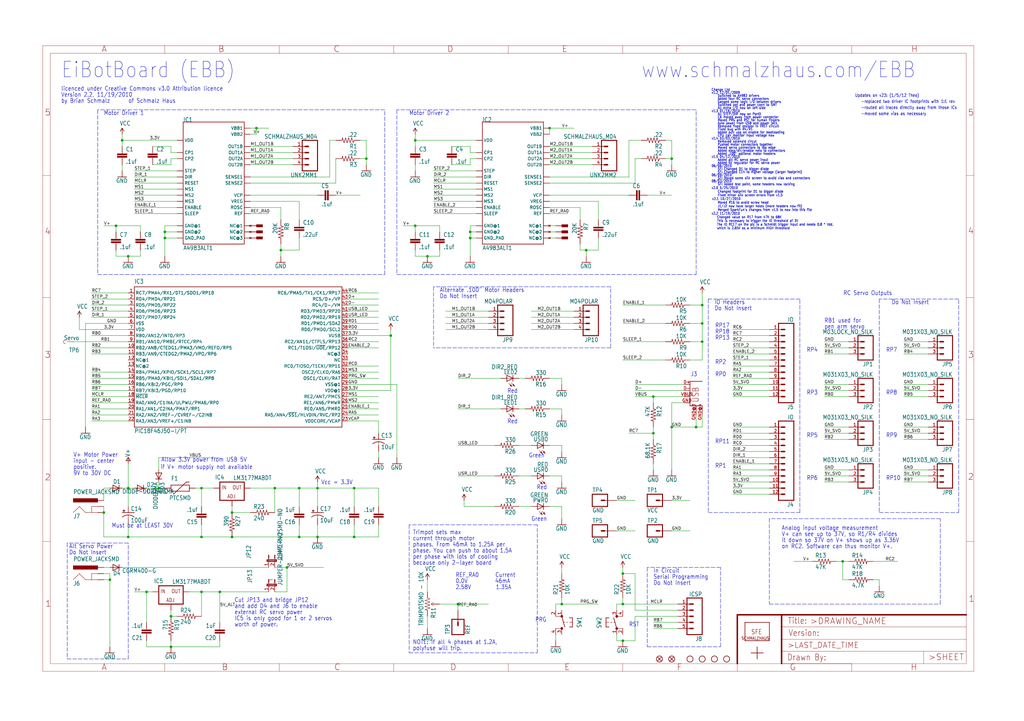
<source format=kicad_sch>
(kicad_sch (version 20211123) (generator eeschema)
  (paper "User" 425.958 300.025)
  (junction (at 289.56 177.8))
  (junction (at 162.56 139.7))
  (junction (at 279.4 177.8))
  (junction (at 83.82 246.38))
  (junction (at 271.78 165.1))
  (junction (at 147.32 203.2))
  (junction (at 292.1 127))
  (junction (at 292.1 134.62))
  (junction (at 50.8 58.42))
  (junction (at 350.52 233.68))
  (junction (at 195.58 99.06))
  (junction (at 71.12 256.54))
  (junction (at 292.1 142.24))
  (junction (at 190.5 251.46))
  (junction (at 228.6 53.34))
  (junction (at 177.8 106.68))
  (junction (at 53.34 106.68))
  (junction (at 147.32 223.52))
  (junction (at 91.44 246.38))
  (junction (at 152.4 66.04))
  (junction (at 53.34 223.52))
  (junction (at 279.4 66.04))
  (junction (at 96.52 213.36))
  (junction (at 271.78 180.34))
  (junction (at 60.96 246.38))
  (junction (at 172.72 58.42))
  (junction (at 66.04 203.2))
  (junction (at 114.3 203.2))
  (junction (at 259.08 251.46))
  (junction (at 43.18 213.36))
  (junction (at 124.46 223.52))
  (junction (at 96.52 223.52))
  (junction (at 233.68 251.46))
  (junction (at 68.58 96.52))
  (junction (at 68.58 99.06))
  (junction (at 83.82 223.52))
  (junction (at 124.46 203.2))
  (junction (at 172.72 93.98))
  (junction (at 259.08 266.7))
  (junction (at 195.58 96.52))
  (junction (at 116.84 104.14))
  (junction (at 132.08 203.2))
  (junction (at 83.82 203.2))
  (junction (at 132.08 223.52))
  (junction (at 48.26 93.98))
  (junction (at 71.12 269.24))
  (junction (at 119.38 236.22))
  (junction (at 53.34 203.2))
  (junction (at 243.84 104.14))
  (junction (at 106.68 53.34))
  (junction (at 45.72 241.3))
  (junction (at 259.08 238.76))
  (wire (pts (xy 58.42 106.68) (xy 58.42 104.14)))
  (wire (pts (xy 165.1 160.02) (xy 165.1 190.5)))
  (wire (pts (xy 198.12 93.98) (xy 195.58 93.98)))
  (wire (pts (xy 228.6 96.52) (xy 231.14 96.52)))
  (wire (pts (xy 172.72 104.14) (xy 172.72 106.68)))
  (wire (pts (xy 220.98 198.12) (xy 215.9 198.12)))
  (wire (pts (xy 271.78 165.1) (xy 264.16 165.1)))
  (wire (pts (xy 53.34 170.18) (xy 38.1 170.18)))
  (wire (pts (xy 292.1 142.24) (xy 292.1 134.62)))
  (wire (pts (xy 198.12 99.06) (xy 195.58 99.06)))
  (wire (pts (xy 83.82 223.52) (xy 83.82 218.44)))
  (wire (pts (xy 264.16 256.54) (xy 281.94 256.54)))
  (wire (pts (xy 256.54 254) (xy 256.54 251.46)))
  (wire (pts (xy 121.92 66.04) (xy 104.14 66.04)))
  (wire (pts (xy 281.94 254) (xy 264.16 254)))
  (wire (pts (xy 172.72 68.58) (xy 172.72 71.12)))
  (wire (pts (xy 198.12 58.42) (xy 172.72 58.42)))
  (wire (pts (xy 60.96 266.7) (xy 60.96 269.24)))
  (wire (pts (xy 73.66 66.04) (xy 71.12 66.04)))
  (wire (pts (xy 177.8 246.38) (xy 177.8 241.3)))
  (polyline (pts (xy 27.94 226.06) (xy 27.94 274.32)))
  (wire (pts (xy 195.58 68.58) (xy 187.96 68.58)))
  (wire (pts (xy 104.14 63.5) (xy 121.92 63.5)))
  (wire (pts (xy 238.76 134.62) (xy 220.98 134.62)))
  (wire (pts (xy 386.08 200.66) (xy 375.92 200.66)))
  (wire (pts (xy 320.04 137.16) (xy 304.8 137.16)))
  (wire (pts (xy 73.66 93.98) (xy 68.58 93.98)))
  (wire (pts (xy 58.42 93.98) (xy 58.42 96.52)))
  (wire (pts (xy 48.26 93.98) (xy 58.42 93.98)))
  (wire (pts (xy 91.44 246.38) (xy 91.44 259.08)))
  (wire (pts (xy 132.08 203.2) (xy 132.08 210.82)))
  (wire (pts (xy 124.46 218.44) (xy 124.46 223.52)))
  (wire (pts (xy 144.78 139.7) (xy 162.56 139.7)))
  (wire (pts (xy 106.68 53.34) (xy 111.76 53.34)))
  (wire (pts (xy 320.04 193.04) (xy 304.8 193.04)))
  (wire (pts (xy 386.08 177.8) (xy 375.92 177.8)))
  (wire (pts (xy 386.08 162.56) (xy 375.92 162.56)))
  (wire (pts (xy 386.08 160.02) (xy 375.92 160.02)))
  (wire (pts (xy 53.34 157.48) (xy 38.1 157.48)))
  (wire (pts (xy 144.78 132.08) (xy 157.48 132.08)))
  (wire (pts (xy 233.68 185.42) (xy 233.68 187.96)))
  (wire (pts (xy 104.14 88.9) (xy 111.76 88.9)))
  (wire (pts (xy 241.3 104.14) (xy 243.84 104.14)))
  (wire (pts (xy 228.6 81.28) (xy 261.62 81.28)))
  (wire (pts (xy 68.58 99.06) (xy 68.58 106.68)))
  (wire (pts (xy 147.32 210.82) (xy 147.32 203.2)))
  (wire (pts (xy 259.08 238.76) (xy 259.08 236.22)))
  (polyline (pts (xy 320.04 215.9) (xy 320.04 251.46)))
  (wire (pts (xy 281.94 261.62) (xy 271.78 261.62)))
  (wire (pts (xy 50.8 68.58) (xy 50.8 71.12)))
  (wire (pts (xy 124.46 104.14) (xy 116.84 104.14)))
  (wire (pts (xy 208.28 170.18) (xy 190.5 170.18)))
  (polyline (pts (xy 391.16 251.46) (xy 391.16 215.9)))
  (polyline (pts (xy 111.76 241.3) (xy 114.046 241.3)))
  (wire (pts (xy 106.68 55.88) (xy 106.68 53.34)))
  (wire (pts (xy 243.84 104.14) (xy 243.84 106.68)))
  (wire (pts (xy 287.02 149.86) (xy 292.1 149.86)))
  (wire (pts (xy 48.26 106.68) (xy 53.34 106.68)))
  (wire (pts (xy 198.12 86.36) (xy 180.34 86.36)))
  (wire (pts (xy 228.6 60.96) (xy 246.38 60.96)))
  (wire (pts (xy 132.08 218.44) (xy 132.08 223.52)))
  (wire (pts (xy 241.3 91.44) (xy 241.3 86.36)))
  (wire (pts (xy 256.54 264.16) (xy 256.54 266.7)))
  (wire (pts (xy 81.28 203.2) (xy 83.82 203.2)))
  (wire (pts (xy 104.14 86.36) (xy 116.84 86.36)))
  (wire (pts (xy 269.24 81.28) (xy 279.4 81.28)))
  (wire (pts (xy 73.66 78.74) (xy 55.88 78.74)))
  (wire (pts (xy 287.02 134.62) (xy 292.1 134.62)))
  (wire (pts (xy 353.06 165.1) (xy 342.9 165.1)))
  (wire (pts (xy 71.12 256.54) (xy 71.12 254)))
  (polyline (pts (xy 170.18 271.78) (xy 223.52 271.78)))
  (wire (pts (xy 132.08 223.52) (xy 147.32 223.52)))
  (wire (pts (xy 228.6 83.82) (xy 248.92 83.82)))
  (wire (pts (xy 83.82 246.38) (xy 78.74 246.38)))
  (polyline (pts (xy 223.52 271.78) (xy 223.52 218.44)))
  (wire (pts (xy 71.12 66.04) (xy 71.12 68.58)))
  (wire (pts (xy 350.52 233.68) (xy 350.52 241.3)))
  (wire (pts (xy 363.22 241.3) (xy 365.76 241.3)))
  (polyline (pts (xy 254 144.78) (xy 180.34 144.78)))
  (wire (pts (xy 320.04 147.32) (xy 304.8 147.32)))
  (wire (pts (xy 162.56 162.56) (xy 144.78 162.56)))
  (wire (pts (xy 53.34 144.78) (xy 38.1 144.78)))
  (wire (pts (xy 292.1 127) (xy 292.1 121.92)))
  (polyline (pts (xy 27.94 274.32) (xy 53.34 274.32)))
  (polyline (pts (xy 160.02 45.72) (xy 40.64 45.72)))
  (polyline (pts (xy 165.1 114.3) (xy 289.56 114.3)))
  (wire (pts (xy 264.16 76.2) (xy 264.16 66.04)))
  (wire (pts (xy 320.04 139.7) (xy 304.8 139.7)))
  (wire (pts (xy 353.06 144.78) (xy 342.9 144.78)))
  (wire (pts (xy 198.12 76.2) (xy 180.34 76.2)))
  (polyline (pts (xy 365.76 124.46) (xy 365.76 213.36)))
  (polyline (pts (xy 299.72 236.22) (xy 269.24 236.22)))
  (wire (pts (xy 152.4 58.42) (xy 152.4 66.04)))
  (wire (pts (xy 119.38 236.22) (xy 114.3 236.22)))
  (wire (pts (xy 60.96 203.2) (xy 66.04 203.2)))
  (wire (pts (xy 320.04 187.96) (xy 304.8 187.96)))
  (wire (pts (xy 365.76 241.3) (xy 365.76 243.84)))
  (wire (pts (xy 104.14 60.96) (xy 121.92 60.96)))
  (wire (pts (xy 96.52 210.82) (xy 96.52 213.36)))
  (wire (pts (xy 320.04 157.48) (xy 304.8 157.48)))
  (wire (pts (xy 60.96 246.38) (xy 60.96 259.08)))
  (wire (pts (xy 71.12 269.24) (xy 71.12 266.7)))
  (wire (pts (xy 363.22 233.68) (xy 373.38 233.68)))
  (wire (pts (xy 38.1 167.64) (xy 53.34 167.64)))
  (wire (pts (xy 198.12 66.04) (xy 195.58 66.04)))
  (wire (pts (xy 53.34 147.32) (xy 38.1 147.32)))
  (wire (pts (xy 320.04 185.42) (xy 304.8 185.42)))
  (wire (pts (xy 48.26 104.14) (xy 48.26 106.68)))
  (polyline (pts (xy 165.1 45.72) (xy 165.1 114.3)))
  (wire (pts (xy 195.58 63.5) (xy 198.12 63.5)))
  (wire (pts (xy 228.6 63.5) (xy 246.38 63.5)))
  (wire (pts (xy 386.08 147.32) (xy 375.92 147.32)))
  (wire (pts (xy 182.88 104.14) (xy 182.88 106.68)))
  (wire (pts (xy 287.02 142.24) (xy 292.1 142.24)))
  (wire (pts (xy 279.4 58.42) (xy 279.4 66.04)))
  (polyline (pts (xy 391.16 215.9) (xy 320.04 215.9)))
  (wire (pts (xy 139.7 81.28) (xy 149.86 81.28)))
  (wire (pts (xy 43.18 208.28) (xy 43.18 203.2)))
  (polyline (pts (xy 269.24 269.24) (xy 299.72 269.24)))
  (wire (pts (xy 157.48 152.4) (xy 144.78 152.4)))
  (wire (pts (xy 68.58 96.52) (xy 68.58 99.06)))
  (wire (pts (xy 320.04 142.24) (xy 304.8 142.24)))
  (wire (pts (xy 43.18 210.82) (xy 43.18 213.36)))
  (wire (pts (xy 193.04 210.82) (xy 205.74 210.82)))
  (wire (pts (xy 60.96 246.38) (xy 55.88 246.38)))
  (wire (pts (xy 172.72 96.52) (xy 172.72 93.98)))
  (wire (pts (xy 276.86 66.04) (xy 279.4 66.04)))
  (wire (pts (xy 50.8 58.42) (xy 73.66 58.42)))
  (wire (pts (xy 53.34 127) (xy 38.1 127)))
  (wire (pts (xy 38.1 162.56) (xy 53.34 162.56)))
  (wire (pts (xy 279.4 208.28) (xy 287.02 208.28)))
  (wire (pts (xy 233.68 238.76) (xy 233.68 236.22)))
  (wire (pts (xy 144.78 160.02) (xy 165.1 160.02)))
  (wire (pts (xy 228.6 76.2) (xy 264.16 76.2)))
  (wire (pts (xy 157.48 129.54) (xy 144.78 129.54)))
  (wire (pts (xy 124.46 203.2) (xy 132.08 203.2)))
  (wire (pts (xy 137.16 58.42) (xy 139.7 58.42)))
  (wire (pts (xy 157.48 223.52) (xy 157.48 218.44)))
  (wire (pts (xy 73.66 99.06) (xy 68.58 99.06)))
  (wire (pts (xy 228.6 53.34) (xy 238.76 53.34)))
  (wire (pts (xy 198.12 78.74) (xy 180.34 78.74)))
  (wire (pts (xy 33.02 137.16) (xy 33.02 132.08)))
  (wire (pts (xy 162.56 139.7) (xy 162.56 137.16)))
  (wire (pts (xy 320.04 149.86) (xy 304.8 149.86)))
  (wire (pts (xy 233.68 170.18) (xy 233.68 172.72)))
  (wire (pts (xy 137.16 73.66) (xy 137.16 58.42)))
  (wire (pts (xy 132.08 203.2) (xy 147.32 203.2)))
  (wire (pts (xy 353.06 177.8) (xy 342.9 177.8)))
  (wire (pts (xy 73.66 86.36) (xy 55.88 86.36)))
  (wire (pts (xy 208.28 157.48) (xy 190.5 157.48)))
  (wire (pts (xy 60.96 269.24) (xy 71.12 269.24)))
  (wire (pts (xy 50.8 203.2) (xy 53.34 203.2)))
  (wire (pts (xy 48.26 96.52) (xy 48.26 93.98)))
  (wire (pts (xy 96.52 223.52) (xy 124.46 223.52)))
  (wire (pts (xy 53.34 218.44) (xy 53.34 223.52)))
  (wire (pts (xy 271.78 165.1) (xy 284.48 165.1)))
  (wire (pts (xy 53.34 223.52) (xy 43.18 223.52)))
  (wire (pts (xy 66.04 195.58) (xy 66.04 190.5)))
  (wire (pts (xy 248.92 104.14) (xy 243.84 104.14)))
  (wire (pts (xy 43.18 236.22) (xy 45.72 236.22)))
  (wire (pts (xy 198.12 73.66) (xy 180.34 73.66)))
  (wire (pts (xy 228.6 55.88) (xy 228.6 53.34)))
  (wire (pts (xy 132.08 200.66) (xy 132.08 203.2)))
  (polyline (pts (xy 223.52 218.44) (xy 170.18 218.44)))
  (wire (pts (xy 124.46 223.52) (xy 132.08 223.52)))
  (wire (pts (xy 53.34 121.92) (xy 38.1 121.92)))
  (wire (pts (xy 195.58 93.98) (xy 195.58 96.52)))
  (wire (pts (xy 228.6 185.42) (xy 233.68 185.42)))
  (wire (pts (xy 264.16 160.02) (xy 284.48 160.02)))
  (wire (pts (xy 386.08 180.34) (xy 375.92 180.34)))
  (wire (pts (xy 73.66 63.5) (xy 71.12 63.5)))
  (wire (pts (xy 320.04 177.8) (xy 304.8 177.8)))
  (wire (pts (xy 121.92 68.58) (xy 104.14 68.58)))
  (wire (pts (xy 48.26 93.98) (xy 43.18 93.98)))
  (wire (pts (xy 124.46 210.82) (xy 124.46 203.2)))
  (wire (pts (xy 83.82 210.82) (xy 83.82 203.2)))
  (wire (pts (xy 320.04 162.56) (xy 304.8 162.56)))
  (wire (pts (xy 53.34 106.68) (xy 58.42 106.68)))
  (wire (pts (xy 256.54 251.46) (xy 259.08 251.46)))
  (wire (pts (xy 195.58 96.52) (xy 195.58 99.06)))
  (wire (pts (xy 287.02 127) (xy 292.1 127)))
  (wire (pts (xy 43.18 238.76) (xy 45.72 238.76)))
  (wire (pts (xy 261.62 58.42) (xy 266.7 58.42)))
  (wire (pts (xy 320.04 180.34) (xy 304.8 180.34)))
  (wire (pts (xy 386.08 144.78) (xy 375.92 144.78)))
  (wire (pts (xy 205.74 185.42) (xy 190.5 185.42)))
  (wire (pts (xy 53.34 175.26) (xy 38.1 175.26)))
  (wire (pts (xy 157.48 203.2) (xy 157.48 210.82)))
  (polyline (pts (xy 53.34 226.06) (xy 27.94 226.06)))
  (wire (pts (xy 116.84 101.6) (xy 116.84 104.14)))
  (wire (pts (xy 73.66 73.66) (xy 55.88 73.66)))
  (wire (pts (xy 114.3 203.2) (xy 114.3 213.36)))
  (wire (pts (xy 320.04 182.88) (xy 304.8 182.88)))
  (wire (pts (xy 228.6 93.98) (xy 231.14 93.98)))
  (wire (pts (xy 238.76 137.16) (xy 220.98 137.16)))
  (wire (pts (xy 157.48 124.46) (xy 144.78 124.46)))
  (wire (pts (xy 241.3 101.6) (xy 241.3 104.14)))
  (wire (pts (xy 149.86 66.04) (xy 152.4 66.04)))
  (wire (pts (xy 104.14 213.36) (xy 96.52 213.36)))
  (wire (pts (xy 228.6 170.18) (xy 233.68 170.18)))
  (wire (pts (xy 259.08 251.46) (xy 281.94 251.46)))
  (wire (pts (xy 152.4 66.04) (xy 152.4 68.58)))
  (wire (pts (xy 157.48 172.72) (xy 144.78 172.72)))
  (wire (pts (xy 320.04 154.94) (xy 304.8 154.94)))
  (wire (pts (xy 353.06 162.56) (xy 342.9 162.56)))
  (wire (pts (xy 53.34 124.46) (xy 38.1 124.46)))
  (wire (pts (xy 228.6 210.82) (xy 233.68 210.82)))
  (wire (pts (xy 347.98 233.68) (xy 350.52 233.68)))
  (wire (pts (xy 119.38 246.38) (xy 119.38 236.22)))
  (wire (pts (xy 73.66 83.82) (xy 55.88 83.82)))
  (wire (pts (xy 195.58 99.06) (xy 195.58 106.68)))
  (wire (pts (xy 144.78 144.78) (xy 157.48 144.78)))
  (wire (pts (xy 144.78 170.18) (xy 157.48 170.18)))
  (wire (pts (xy 233.68 198.12) (xy 233.68 200.66)))
  (wire (pts (xy 53.34 223.52) (xy 83.82 223.52)))
  (wire (pts (xy 228.6 73.66) (xy 261.62 73.66)))
  (wire (pts (xy 53.34 160.02) (xy 38.1 160.02)))
  (polyline (pts (xy 53.34 274.32) (xy 53.34 226.06)))
  (polyline (pts (xy 332.74 124.46) (xy 294.64 124.46)))
  (wire (pts (xy 279.4 220.98) (xy 287.02 220.98)))
  (wire (pts (xy 248.92 99.06) (xy 248.92 104.14)))
  (wire (pts (xy 157.48 142.24) (xy 144.78 142.24)))
  (wire (pts (xy 104.14 53.34) (xy 106.68 53.34)))
  (wire (pts (xy 73.66 71.12) (xy 55.88 71.12)))
  (wire (pts (xy 320.04 195.58) (xy 304.8 195.58)))
  (wire (pts (xy 172.72 58.42) (xy 172.72 55.88)))
  (polyline (pts (xy 289.56 114.3) (xy 289.56 45.72)))
  (wire (pts (xy 264.16 162.56) (xy 284.48 162.56)))
  (wire (pts (xy 259.08 238.76) (xy 264.16 238.76)))
  (wire (pts (xy 386.08 195.58) (xy 375.92 195.58)))
  (wire (pts (xy 149.86 58.42) (xy 152.4 58.42)))
  (wire (pts (xy 144.78 165.1) (xy 157.48 165.1)))
  (wire (pts (xy 71.12 63.5) (xy 71.12 60.96)))
  (wire (pts (xy 320.04 165.1) (xy 304.8 165.1)))
  (wire (pts (xy 203.2 132.08) (xy 185.42 132.08)))
  (wire (pts (xy 83.82 256.54) (xy 83.82 246.38)))
  (wire (pts (xy 114.3 203.2) (xy 124.46 203.2)))
  (wire (pts (xy 231.14 251.46) (xy 231.14 254)))
  (wire (pts (xy 104.14 203.2) (xy 114.3 203.2)))
  (wire (pts (xy 271.78 177.8) (xy 271.78 180.34)))
  (wire (pts (xy 45.72 241.3) (xy 45.72 269.24)))
  (wire (pts (xy 279.4 167.64) (xy 279.4 177.8)))
  (wire (pts (xy 276.86 149.86) (xy 259.08 149.86)))
  (polyline (pts (xy 398.78 124.46) (xy 365.76 124.46)))
  (wire (pts (xy 177.8 256.54) (xy 177.8 261.62)))
  (wire (pts (xy 271.78 193.04) (xy 271.78 195.58)))
  (wire (pts (xy 238.76 132.08) (xy 220.98 132.08)))
  (wire (pts (xy 172.72 93.98) (xy 167.64 93.98)))
  (wire (pts (xy 43.18 223.52) (xy 43.18 213.36)))
  (wire (pts (xy 264.16 254) (xy 264.16 238.76)))
  (wire (pts (xy 73.66 76.2) (xy 55.88 76.2)))
  (wire (pts (xy 271.78 167.64) (xy 271.78 165.1)))
  (wire (pts (xy 292.1 172.72) (xy 292.1 177.8)))
  (wire (pts (xy 220.98 210.82) (xy 215.9 210.82)))
  (wire (pts (xy 50.8 236.22) (xy 111.76 236.22)))
  (wire (pts (xy 45.72 238.76) (xy 45.72 241.3)))
  (wire (pts (xy 66.04 203.2) (xy 68.58 203.2)))
  (wire (pts (xy 337.82 233.68) (xy 330.2 233.68)))
  (polyline (pts (xy 40.64 45.72) (xy 40.64 114.3)))
  (wire (pts (xy 276.86 134.62) (xy 259.08 134.62)))
  (wire (pts (xy 195.58 66.04) (xy 195.58 68.58)))
  (wire (pts (xy 83.82 223.52) (xy 96.52 223.52)))
  (wire (pts (xy 353.06 147.32) (xy 342.9 147.32)))
  (wire (pts (xy 256.54 208.28) (xy 264.16 208.28)))
  (wire (pts (xy 203.2 134.62) (xy 185.42 134.62)))
  (wire (pts (xy 172.72 60.96) (xy 172.72 58.42)))
  (wire (pts (xy 91.44 269.24) (xy 71.12 269.24)))
  (wire (pts (xy 292.1 134.62) (xy 292.1 127)))
  (wire (pts (xy 172.72 93.98) (xy 182.88 93.98)))
  (wire (pts (xy 320.04 144.78) (xy 304.8 144.78)))
  (wire (pts (xy 228.6 68.58) (xy 246.38 68.58)))
  (wire (pts (xy 264.16 66.04) (xy 266.7 66.04)))
  (wire (pts (xy 116.84 104.14) (xy 116.84 106.68)))
  (wire (pts (xy 198.12 71.12) (xy 180.34 71.12)))
  (wire (pts (xy 292.1 149.86) (xy 292.1 142.24)))
  (wire (pts (xy 353.06 160.02) (xy 342.9 160.02)))
  (wire (pts (xy 73.66 96.52) (xy 68.58 96.52)))
  (wire (pts (xy 320.04 190.5) (xy 304.8 190.5)))
  (wire (pts (xy 63.5 246.38) (xy 60.96 246.38)))
  (wire (pts (xy 231.14 264.16) (xy 231.14 266.7)))
  (wire (pts (xy 73.66 81.28) (xy 55.88 81.28)))
  (polyline (pts (xy 269.24 236.22) (xy 269.24 269.24)))
  (wire (pts (xy 320.04 160.02) (xy 304.8 160.02)))
  (wire (pts (xy 53.34 134.62) (xy 35.56 134.62)))
  (wire (pts (xy 271.78 180.34) (xy 271.78 182.88)))
  (wire (pts (xy 53.34 165.1) (xy 38.1 165.1)))
  (wire (pts (xy 157.48 167.64) (xy 144.78 167.64)))
  (wire (pts (xy 73.66 256.54) (xy 71.12 256.54)))
  (wire (pts (xy 139.7 76.2) (xy 139.7 66.04)))
  (wire (pts (xy 83.82 246.38) (xy 91.44 246.38)))
  (wire (pts (xy 66.04 203.2) (xy 66.04 200.66)))
  (wire (pts (xy 73.66 88.9) (xy 55.88 88.9)))
  (polyline (pts (xy 160.02 114.3) (xy 160.02 45.72)))
  (wire (pts (xy 144.78 154.94) (xy 157.48 154.94)))
  (wire (pts (xy 53.34 137.16) (xy 33.02 137.16)))
  (wire (pts (xy 256.54 220.98) (xy 264.16 220.98)))
  (wire (pts (xy 104.14 73.66) (xy 137.16 73.66)))
  (wire (pts (xy 228.6 66.04) (xy 246.38 66.04)))
  (wire (pts (xy 264.16 266.7) (xy 259.08 266.7)))
  (polyline (pts (xy 299.72 269.24) (xy 299.72 236.22)))
  (wire (pts (xy 261.62 73.66) (xy 261.62 58.42)))
  (wire (pts (xy 35.56 134.62) (xy 35.56 177.8)))
  (wire (pts (xy 43.18 203.2) (xy 45.72 203.2)))
  (wire (pts (xy 147.32 223.52) (xy 157.48 223.52)))
  (wire (pts (xy 264.16 256.54) (xy 264.16 266.7)))
  (wire (pts (xy 218.44 170.18) (xy 215.9 170.18)))
  (wire (pts (xy 353.06 233.68) (xy 350.52 233.68)))
  (wire (pts (xy 50.8 55.88) (xy 50.8 58.42)))
  (wire (pts (xy 172.72 106.68) (xy 177.8 106.68)))
  (polyline (pts (xy 294.64 124.46) (xy 294.64 213.36)))
  (wire (pts (xy 53.34 203.2) (xy 53.34 193.04)))
  (wire (pts (xy 190.5 251.46) (xy 190.5 254)))
  (wire (pts (xy 350.52 241.3) (xy 353.06 241.3)))
  (wire (pts (xy 66.04 190.5) (xy 91.44 190.5)))
  (wire (pts (xy 50.8 60.96) (xy 50.8 58.42)))
  (wire (pts (xy 91.44 266.7) (xy 91.44 269.24)))
  (wire (pts (xy 386.08 142.24) (xy 375.92 142.24)))
  (wire (pts (xy 233.68 210.82) (xy 233.68 215.9)))
  (wire (pts (xy 83.82 203.2) (xy 88.9 203.2)))
  (wire (pts (xy 91.44 246.38) (xy 111.76 246.38)))
  (wire (pts (xy 289.56 172.72) (xy 289.56 177.8)))
  (polyline (pts (xy 398.78 213.36) (xy 398.78 124.46)))
  (wire (pts (xy 187.96 60.96) (xy 195.58 60.96)))
  (wire (pts (xy 53.34 139.7) (xy 38.1 139.7)))
  (wire (pts (xy 279.4 177.8) (xy 279.4 195.58)))
  (wire (pts (xy 53.34 154.94) (xy 38.1 154.94)))
  (wire (pts (xy 353.06 200.66) (xy 342.9 200.66)))
  (wire (pts (xy 279.4 167.64) (xy 284.48 167.64)))
  (wire (pts (xy 228.6 198.12) (xy 233.68 198.12)))
  (wire (pts (xy 218.44 157.48) (xy 215.9 157.48)))
  (polyline (pts (xy 254 119.38) (xy 180.34 119.38)))
  (wire (pts (xy 386.08 182.88) (xy 375.92 182.88)))
  (wire (pts (xy 353.06 180.34) (xy 342.9 180.34)))
  (wire (pts (xy 256.54 266.7) (xy 259.08 266.7)))
  (wire (pts (xy 182.88 106.68) (xy 177.8 106.68)))
  (wire (pts (xy 182.88 93.98) (xy 182.88 96.52)))
  (wire (pts (xy 157.48 134.62) (xy 144.78 134.62)))
  (wire (pts (xy 353.06 182.88) (xy 342.9 182.88)))
  (wire (pts (xy 144.78 137.16) (xy 157.48 137.16)))
  (wire (pts (xy 193.04 208.28) (xy 193.04 210.82)))
  (polyline (pts (xy 170.18 218.44) (xy 170.18 271.78)))
  (wire (pts (xy 259.08 248.92) (xy 259.08 251.46)))
  (wire (pts (xy 198.12 83.82) (xy 180.34 83.82)))
  (polyline (pts (xy 180.34 119.38) (xy 180.34 144.78)))
  (wire (pts (xy 147.32 203.2) (xy 157.48 203.2)))
  (wire (pts (xy 53.34 203.2) (xy 55.88 203.2)))
  (wire (pts (xy 215.9 185.42) (xy 220.98 185.42)))
  (polyline (pts (xy 365.76 213.36) (xy 398.78 213.36)))
  (wire (pts (xy 157.48 187.96) (xy 157.48 190.5)))
  (wire (pts (xy 71.12 68.58) (xy 63.5 68.58)))
  (wire (pts (xy 233.68 251.46) (xy 231.14 251.46)))
  (wire (pts (xy 119.38 236.22) (xy 134.62 236.22)))
  (wire (pts (xy 203.2 129.54) (xy 185.42 129.54)))
  (wire (pts (xy 353.06 198.12) (xy 342.9 198.12)))
  (wire (pts (xy 147.32 218.44) (xy 147.32 223.52)))
  (wire (pts (xy 114.3 246.38) (xy 119.38 246.38)))
  (wire (pts (xy 104.14 83.82) (xy 124.46 83.82)))
  (wire (pts (xy 162.56 162.56) (xy 162.56 139.7)))
  (wire (pts (xy 271.78 180.34) (xy 261.62 180.34)))
  (wire (pts (xy 53.34 142.24) (xy 30.48 142.24)))
  (wire (pts (xy 248.92 83.82) (xy 248.92 91.44)))
  (wire (pts (xy 38.1 172.72) (xy 53.34 172.72)))
  (wire (pts (xy 281.94 259.08) (xy 271.78 259.08)))
  (wire (pts (xy 198.12 81.28) (xy 180.34 81.28)))
  (wire (pts (xy 353.06 142.24) (xy 342.9 142.24)))
  (wire (pts (xy 104.14 76.2) (xy 139.7 76.2)))
  (wire (pts (xy 203.2 137.16) (xy 185.42 137.16)))
  (wire (pts (xy 124.46 83.82) (xy 124.46 91.44)))
  (wire (pts (xy 157.48 175.26) (xy 157.48 180.34)))
  (wire (pts (xy 279.4 66.04) (xy 279.4 68.58)))
  (wire (pts (xy 289.56 177.8) (xy 279.4 177.8)))
  (wire (pts (xy 233.68 157.48) (xy 228.6 157.48)))
  (wire (pts (xy 233.68 251.46) (xy 233.68 248.92)))
  (wire (pts (xy 238.76 129.54) (xy 220.98 129.54)))
  (wire (pts (xy 386.08 198.12) (xy 375.92 198.12)))
  (wire (pts (xy 104.14 55.88) (xy 106.68 55.88)))
  (wire (pts (xy 116.84 86.36) (xy 116.84 91.44)))
  (wire (pts (xy 198.12 96.52) (xy 195.58 96.52)))
  (wire (pts (xy 228.6 99.06) (xy 231.14 99.06)))
  (wire (pts (xy 248.92 251.46) (xy 233.68 251.46)))
  (wire (pts (xy 205.74 198.12) (xy 190.5 198.12)))
  (wire (pts (xy 53.34 210.82) (xy 53.34 203.2)))
  (wire (pts (xy 198.12 88.9) (xy 180.34 88.9)))
  (wire (pts (xy 157.48 157.48) (xy 144.78 157.48)))
  (wire (pts (xy 182.88 251.46) (xy 190.5 251.46)))
  (wire (pts (xy 190.5 251.46) (xy 203.2 251.46)))
  (wire (pts (xy 292.1 177.8) (xy 289.56 177.8)))
  (wire (pts (xy 320.04 203.2) (xy 304.8 203.2)))
  (wire (pts (xy 276.86 142.24) (xy 259.08 142.24)))
  (wire (pts (xy 320.04 152.4) (xy 304.8 152.4)))
  (polyline (pts (xy 294.64 213.36) (xy 332.74 213.36)))
  (wire (pts (xy 241.3 86.36) (xy 228.6 86.36)))
  (wire (pts (xy 276.86 58.42) (xy 279.4 58.42)))
  (wire (pts (xy 124.46 99.06) (xy 124.46 104.14)))
  (wire (pts (xy 195.58 60.96) (xy 195.58 63.5)))
  (wire (pts (xy 104.14 81.28) (xy 132.08 81.28)))
  (wire (pts (xy 228.6 88.9) (xy 236.22 88.9)))
  (wire (pts (xy 144.78 127) (xy 157.48 127)))
  (polyline (pts (xy 332.74 213.36) (xy 332.74 124.46)))
  (wire (pts (xy 353.06 195.58) (xy 342.9 195.58)))
  (wire (pts (xy 68.58 93.98) (xy 68.58 96.52)))
  (polyline (pts (xy 320.04 251.46) (xy 391.16 251.46)))
  (polyline (pts (xy 40.64 114.3) (xy 160.02 114.3)))
  (wire (pts (xy 233.68 160.02) (xy 233.68 157.48)))
  (wire (pts (xy 276.86 127) (xy 259.08 127)))
  (wire (pts (xy 43.18 241.3) (xy 45.72 241.3)))
  (wire (pts (xy 53.34 129.54) (xy 38.1 129.54)))
  (wire (pts (xy 320.04 200.66) (xy 304.8 200.66)))
  (wire (pts (xy 320.04 205.74) (xy 304.8 205.74)))
  (wire (pts (xy 144.78 175.26) (xy 157.48 175.26)))
  (polyline (pts (xy 289.56 45.72) (xy 165.1 45.72)))
  (wire (pts (xy 71.12 60.96) (xy 63.5 60.96)))
  (wire (pts (xy 320.04 198.12) (xy 304.8 198.12)))
  (wire (pts (xy 53.34 132.08) (xy 38.1 132.08)))
  (wire (pts (xy 144.78 121.92) (xy 157.48 121.92)))
  (wire (pts (xy 386.08 165.1) (xy 375.92 165.1)))
  (polyline (pts (xy 254 144.78) (xy 254 119.38)))
  (text "Changed value on R17 from 47K to 68K" (at 298.196 91.186 180) (effects (font (size 1.016 0.8636)) (justify left bottom)))
  (text "The IO RC17 on the pic is a Schmidt trigger input and needs 0.8 * Vdd," (at 298.196 94.234 0) (effects (font (size 1.016 0.8636)) (justify left bottom)))
  (text "of Schmalz Haus" (at 53.34 43.18 180) (effects (font (size 1.778 1.5113)) (justify left bottom)))
  (text "NOTE: If all 4 phases at 1.2A," (at 171.704 268.478 180) (effects (font (size 1.778 1.5113)) (justify left bottom)))
  (text "Green" (at 220.98 217.17 180) (effects (font (size 1.778 1.5113)) (justify left bottom)))
  (text "SF: Changed D1 to bigger diode" (at 298.45 71.12 180) (effects (font (size 1.016 0.8636)) (justify left bottom)))
  (text "Updates on v23: (1/5/12 Theo)" (at 355.6 40.64 180) (effects (font (size 1.27 1.0795)) (justify left bottom)))
  (text "Pushed motor connectors together" (at 298.45 60.96 180) (effects (font (size 1.016 0.8636)) (justify left bottom)))
  (text "RP2" (at 297.434 151.892 180) (effects (font (size 1.778 1.5113)) (justify left bottom)))
  (text "J3" (at 287.274 156.972 180) (effects (font (size 1.778 1.5113)) (justify left bottom)))
  (text "Added .100\" optional motor headers" (at 298.45 64.77 180) (effects (font (size 1.016 0.8636)) (justify left bottom)))
  (text "RP5" (at 335.534 182.372 180) (effects (font (size 1.778 1.5113)) (justify left bottom)))
  (text "pen arm servo" (at 342.9 137.16 180) (effects (font (size 1.778 1.5113)) (justify left bottom)))
  (text "Merged SparkFun's changes from v1.5 to now into this file" (at 298.45 88.138 0) (effects (font (size 1.016 0.8636)) (justify left bottom)))
  (text "RC Servo Outputs" (at 350.774 123.19 180) (effects (font (size 1.778 1.5113)) (justify left bottom)))
  (text "RP6" (at 335.534 200.152 180) (effects (font (size 1.778 1.5113)) (justify left bottom)))
  (text "Version 2.2, 11/19/2010" (at 25.4 40.64 180) (effects (font (size 1.778 1.5113)) (justify left bottom)))
  (text "Switched to A4983 drivers" (at 298.45 40.64 180) (effects (font (size 1.016 0.8636)) (justify left bottom)))
  (text "CPU can monitor input voltage now" (at 298.45 57.15 180) (effects (font (size 1.016 0.8636)) (justify left bottom)))
  (text "Removed fixed resistor in VREF circuit" (at 298.45 53.34 180) (effects (font (size 1.016 0.8636)) (justify left bottom)))
  (text "phases. From 46mA to 1.25A per" (at 171.704 227.838 180) (effects (font (size 1.778 1.5113)) (justify left bottom)))
  (text "Alternate .100\" Motor Headers" (at 182.88 121.92 180) (effects (font (size 1.778 1.5113)) (justify left bottom)))
  (text "v2.2 11/19/2010" (at 295.91 89.662 180) (effects (font (size 1.016 0.8636)) (justify left bottom)))
  (text "RP8" (at 368.554 164.592 180) (effects (font (size 1.778 1.5113)) (justify left bottom)))
  (text "Allow 3.3V power from USB 5V" (at 67.056 192.532 180) (effects (font (size 1.778 1.5113)) (justify left bottom)))
  (text "Vcc = 3.3V" (at 133.604 201.93 180) (effects (font (size 1.778 1.5113)) (justify left bottom)))
  (text "Do Not Insert" (at 370.84 127 180) (effects (font (size 1.778 1.5113)) (justify left bottom)))
  (text "C6 moved away from power connector" (at 298.45 49.53 180) (effects (font (size 1.016 0.8636)) (justify left bottom)))
  (text "v1.5 04/12/2010" (at 295.91 66.04 180) (effects (font (size 1.016 0.8636)) (justify left bottom)))
  (text "-routed all traces directly away from those ICs" (at 358.14 45.72 180) (effects (font (size 1.27 1.0795)) (justify left bottom)))
  (text "RP0" (at 297.434 156.972 180) (effects (font (size 1.778 1.5113)) (justify left bottom)))
  (text "positive." (at 30.48 195.58 180) (effects (font (size 1.778 1.5113)) (justify left bottom)))
  (text "Green" (at 219.964 190.754 180) (effects (font (size 1.778 1.5113)) (justify left bottom)))
  (text "9V to 30V DC" (at 30.48 198.12 180) (effects (font (size 1.778 1.5113)) (justify left bottom)))
  (text "www.schmalzhaus.com/EBB" (at 266.7 33.02 180) (effects (font (size 6.4516 5.4838)) (justify left bottom)))
  (text "v1.3 01/16/2010" (at 295.91 46.99 180) (effects (font (size 1.016 0.8636)) (justify left bottom)))
  (text "Changed footprint for D1 to bigger diode" (at 298.45 80.518 180) (effects (font (size 1.016 0.8636)) (justify left bottom)))
  (text "Added four RC servo connectors" (at 298.45 41.91 180) (effects (font (size 1.016 0.8636)) (justify left bottom)))
  (text "v2.0 5/25/2010" (at 295.91 78.994 180) (effects (font (size 1.016 0.8636)) (justify left bottom)))
  (text "Must be at LEAST 30V" (at 46.482 219.964 180) (effects (font (size 1.778 1.5113)) (justify left bottom)))
  (text "RP7" (at 368.554 146.812 180) (effects (font (size 1.778 1.5113)) (justify left bottom)))
  (text "RP10" (at 368.554 200.152 180) (effects (font (size 1.778 1.5113)) (justify left bottom)))
  (text "Change List" (at 295.91 38.1 180) (effects (font (size 1.016 0.8636)) (justify left bottom)))
  (text "Cut JP13 and bridge JP12" (at 97.536 250.952 180) (effects (font (size 1.778 1.5113)) (justify left bottom)))
  (text "RST" (at 261.62 261.112 180) (effects (font (size 1.778 1.5113)) (justify left bottom)))
  (text "licenced under Creative Commons v3.0 Attribution licence" (at 25.4 38.1 0) (effects (font (size 1.778 1.5113)) (justify left bottom)))
  (text "polyfuse will trip." (at 171.704 271.018 180) (effects (font (size 1.778 1.5113)) (justify left bottom)))
  (text "SF: Changed C14 to higher voltage (larger footprint)" (at 298.45 72.39 0) (effects (font (size 1.016 0.8636)) (justify left bottom)))
  (text "Moved PRG and RST for human fingers" (at 298.45 50.8 180) (effects (font (size 1.016 0.8636)) (justify left bottom)))
  (text "RB1 used for" (at 342.9 134.62 180) (effects (font (size 1.778 1.5113)) (justify left bottom)))
  (text "V+ Motor Power" (at 30.48 190.5 180) (effects (font (size 1.778 1.5113)) (justify left bottom)))
  (text "Fixed minor silk screen errors from v1.5" (at 298.45 82.042 180) (effects (font (size 1.016 0.8636)) (justify left bottom)))
  (text "Trimpot sets max" (at 171.704 222.758 180) (effects (font (size 1.778 1.5113)) (justify left bottom)))
  (text "and add D4 and J6 to enable" (at 97.536 253.492 180) (effects (font (size 1.778 1.5113)) (justify left bottom)))
  (text "REF_RA0      Current" (at 189.484 240.538 180) (effects (font (size 1.778 1.5113)) (justify left bottom)))
  (text "Added alt RC servo power input" (at 298.45 67.31 180) (effects (font (size 1.016 0.8636)) (justify left bottom)))
  (text "v1.2 12/01/2009" (at 295.91 39.37 180) (effects (font (size 1.016 0.8636)) (justify left bottom)))
  (text "IC5 is only good for 1 or 2 servos" (at 97.536 258.572 180) (effects (font (size 1.778 1.5113)) (justify left bottom)))
  (text "current through motor" (at 171.704 225.298 180) (effects (font (size 1.778 1.5113)) (justify left bottom)))
  (text "-moved some vias as necessary" (at 358.14 48.26 180) (effects (font (size 1.27 1.0795)) (justify left bottom)))
  (text "Auto power from USB and power jack" (at 298.45 52.07 180) (effects (font (size 1.016 0.8636)) (justify left bottom)))
  (text "IO Headers" (at 297.18 127 180) (effects (font (size 1.778 1.5113)) (justify left bottom)))
  (text "Do Not Insert" (at 182.88 124.46 180) (effects (font (size 1.778 1.5113)) (justify left bottom)))
  (text "by Brian Schmalz" (at 25.4 43.18 180) (effects (font (size 1.778 1.5113)) (justify left bottom)))
  (text "RP3" (at 335.534 164.592 180) (effects (font (size 1.778 1.5113)) (justify left bottom)))
  (text "Motor Driver 2" (at 170.18 48.26 180) (effects (font (size 1.778 1.5113)) (justify left bottom)))
  (text "All STEP/DIR now on PortD" (at 298.45 48.26 180) (effects (font (size 1.016 0.8636)) (justify left bottom)))
  (text "input - center" (at 30.48 193.04 180) (effects (font (size 1.778 1.5113)) (justify left bottom)))
  (text "This is necessary to trigger the IO threshold of 3V" (at 298.196 92.71 0) (effects (font (size 1.016 0.8636)) (justify left bottom)))
  (text "RP1" (at 297.434 195.072 180) (effects (font (size 1.778 1.5113)) (justify left bottom)))
  (text "phase. You can push to about 1.5A" (at 171.704 230.378 180) (effects (font (size 1.778 1.5113)) (justify left bottom)))
  (text "RP17" (at 297.434 136.652 180) (effects (font (size 1.778 1.5113)) (justify left bottom)))
  (text "All extra I/O now on left side" (at 298.45 45.72 180) (effects (font (size 1.016 0.8636)) (justify left bottom)))
  (text "Added 5V regulator for RC servo power" (at 298.45 68.58 180) (effects (font (size 1.016 0.8636)) (justify left bottom)))
  (text "RP4" (at 335.534 146.812 180) (effects (font (size 1.778 1.5113)) (justify left bottom)))
  (text "on RC2. Software can thus monitor V+." (at 325.12 228.6 180) (effects (font (size 1.778 1.5113)) (justify left bottom)))
  (text "06/09/2010" (at 295.91 73.66 180) (effects (font (size 1.016 0.8636)) (justify left bottom)))
  (text "Do Not Insert" (at 297.18 129.54 180) (effects (font (size 1.778 1.5113)) (justify left bottom)))
  (text "Added pull ups on enable for bootloading" (at 298.45 55.88 180) (effects (font (size 1.016 0.8636)) (justify left bottom)))
  (text "v2.1 10/27/2010" (at 296.164 83.566 180) (effects (font (size 1.016 0.8636)) (justify left bottom)))
  (text "2.58V         1.35A" (at 189.484 245.618 180) (effects (font (size 1.778 1.5113)) (justify left bottom)))
  (text "Removed solenoid circut" (at 298.45 59.69 180) (effects (font (size 1.016 0.8636)) (justify left bottom)))
  (text "per phase with lots of cooling" (at 171.704 232.918 180) (effects (font (size 1.778 1.5113)) (justify left bottom)))
  (text "Analog input voltage measurement" (at 325.12 220.98 180) (effects (font (size 1.778 1.5113)) (justify left bottom)))
  (text "Alt Servo Power" (at 28.702 228.6 180) (effects (font (size 1.778 1.5113)) (justify left bottom)))
  (text "if V+ motor supply not available" (at 66.802 195.58 180) (effects (font (size 1.778 1.5113)) (justify left bottom)))
  (text "-replaced two driver IC footprints with 1:1 rev" (at 358.14 43.18 180) (effects (font (size 1.27 1.0795)) (justify left bottom)))
  (text "external RC servo power" (at 97.536 256.032 180) (effects (font (size 1.778 1.5113)) (justify left bottom)))
  (text "worth of power." (at 97.536 261.112 180) (effects (font (size 1.778 1.5113)) (justify left bottom)))
  (text "Do Not Insert" (at 28.702 231.14 180) (effects (font (size 1.778 1.5113)) (justify left bottom)))
  (text "06/06/2010" (at 295.91 69.85 180) (effects (font (size 1.016 0.8636)) (justify left bottom)))
  (text "Serial Programming" (at 271.78 241.3 180) (effects (font (size 1.778 1.5113)) (justify left bottom)))
  (text "v1.4 03/03/2010" (at 295.91 58.42 180) (effects (font (size 1.016 0.8636)) (justify left bottom)))
  (text "RP13" (at 297.434 141.732 180) (effects (font (size 1.778 1.5113)) (justify left bottom)))
  (text "Moved servo connectors to top edge" (at 298.45 62.23 180) (effects (font (size 1.016 0.8636)) (justify left bottom)))
  (text "Red" (at 227.584 201.93 180) (effects (font (size 1.778 1.5113)) (justify right top)))
  (text "RP11" (at 297.434 184.912 180) (effects (font (size 1.778 1.5113)) (justify left bottom)))
  (text "In Circuit" (at 271.78 238.76 180) (effects (font (size 1.778 1.5113)) (justify left bottom)))
  (text "SF: Moved some silk screen to avoid vias and connectors" (at 298.45 74.93 0) (effects (font (size 1.016 0.8636)) (justify left bottom)))
  (text "EiBotBoard (EBB)" (at 25.4 33.02 180) (effects (font (size 6.4516 5.4838)) (justify left bottom)))
  (text "SF: Added test point, some headers now locking" (at 298.45 77.47 180) (effects (font (size 1.016 0.8636)) (justify left bottom)))
  (text "Ganged some logic I/O between drivers" (at 298.45 43.18 180) (effects (font (size 1.016 0.8636)) (justify left bottom)))
  (text "Motor Driver 1" (at 43.18 48.26 180) (effects (font (size 1.778 1.5113)) (justify left bottom)))
  (text "which is 2.65V as a minimum HIGH threshold" (at 298.196 95.758 180) (effects (font (size 1.016 0.8636)) (justify left bottom)))
  (text "Fixed bug with R4/R1" (at 298.45 54.61 180) (effects (font (size 1.016 0.8636)) (justify left bottom)))
  (text "08/03/2010" (at 295.91 76.2 180) (effects (font (size 1.016 0.8636)) (justify left bottom)))
  (text "Added step/dir/enable nets to connectors" (at 298.45 63.5 180) (effects (font (size 1.016 0.8636)) (justify left bottom)))
  (text "0.0V          46mA" (at 189.484 243.078 180) (effects (font (size 1.778 1.5113)) (justify left bottom)))
  (text "J1/J2 now have larger holes (more headers now fit)" (at 298.45 86.614 0) (effects (font (size 1.016 0.8636)) (justify left bottom)))
  (text "RP9" (at 368.554 182.372 180) (effects (font (size 1.778 1.5113)) (justify left bottom)))
  (text "Red" (at 215.392 174.498 180) (effects (font (size 1.778 1.5113)) (justify right top)))
  (text "Do Not Insert" (at 271.78 243.84 180) (effects (font (size 1.778 1.5113)) (justify left bottom)))
  (text "V+ can see up to 37V, so R1/R4 divides" (at 325.12 223.52 180) (effects (font (size 1.778 1.5113)) (justify left bottom)))
  (text "PRG" (at 227.33 257.048 180) (effects (font (size 1.778 1.5113)) (justify right top)))
  (text "RP18" (at 297.434 139.192 180) (effects (font (size 1.778 1.5113)) (justify left bottom)))
  (text "it down so 37V on V+ shows up as 3.36V" (at 325.12 226.06 180) (effects (font (size 1.778 1.5113)) (justify left bottom)))
  (text "because only 2-layer board" (at 171.704 235.458 180) (effects (font (size 1.778 1.5113)) (justify left bottom)))
  (text "Red" (at 215.392 161.798 180) (effects (font (size 1.778 1.5113)) (justify right top)))
  (text "Moved R16 to avoid screw head" (at 298.45 85.09 180) (effects (font (size 1.016 0.8636)) (justify left bottom)))
  (text "Switched pot and power conn to SMT" (at 298.45 44.45 180) (effects (font (size 1.016 0.8636)) (justify left bottom)))
  (label "RB7" (at 271.78 259.08 0) (effects (font (size 1.2446 1.2446))))
  (label "GND" (at 342.9 177.8 0) (effects (font (size 1.2446 1.2446))))
  (label "REF_RA0" (at 304.8 157.48 0) (effects (font (size 1.2446 1.2446))))
  (label "ENABLE_2" (at 304.8 147.32 0) (effects (font (size 1.2446 1.2446))))
  (label "ENABLE_2" (at 144.78 144.78 0) (effects (font (size 1.2446 1.2446))))
  (label "RB7" (at 375.92 200.66 0) (effects (font (size 1.2446 1.2446))))
  (label "ENABLE_1" (at 304.8 193.04 0) (effects (font (size 1.2446 1.2446))))
  (label "GND" (at 342.9 160.02 0) (effects (font (size 1.2446 1.2446))))
  (label "RC2" (at 368.3 233.68 0) (effects (font (size 1.2446 1.2446))))
  (label "V+" (at 55.88 246.38 0) (effects (font (size 1.2446 1.2446))))
  (label "D-" (at 144.78 127 0) (effects (font (size 1.2446 1.2446))))
  (label "3.3V" (at 43.18 137.16 0) (effects (font (size 1.2446 1.2446))))
  (label "MS3" (at 144.78 154.94 0) (effects (font (size 1.2446 1.2446))))
  (label "ENABLE_1" (at 144.78 170.18 0) (effects (font (size 1.2446 1.2446))))
  (label "RA1" (at 304.8 195.58 0) (effects (font (size 1.2446 1.2446))))
  (label "RA3" (at 38.1 175.26 0) (effects (font (size 1.2446 1.2446))))
  (label "5V_SVO" (at 342.9 180.34 0) (effects (font (size 1.2446 1.2446))))
  (label "SLEEP_1" (at 55.88 88.9 0) (effects (font (size 1.2446 1.2446))))
  (label "GND" (at 304.8 177.8 0) (effects (font (size 1.2446 1.2446))))
  (label "SLEEP_2" (at 259.08 149.86 0) (effects (font (size 1.2446 1.2446))))
  (label "M2_OUT1A" (at 223.52 132.08 0) (effects (font (size 1.2446 1.2446))))
  (label "RC0" (at 304.8 185.42 0) (effects (font (size 1.2446 1.2446))))
  (label "M2_OUT1B" (at 228.6 60.96 0) (effects (font (size 1.2446 1.2446))))
  (label "DIR_2" (at 190.5 157.48 0) (effects (font (size 1.2446 1.2446))))
  (label "RB2" (at 38.1 144.78 0) (effects (font (size 1.2446 1.2446))))
  (label "M2_OUT1B" (at 223.52 129.54 0) (effects (font (size 1.2446 1.2446))))
  (label "GND" (at 342.9 142.24 0) (effects (font (size 1.2446 1.2446))))
  (label "MCLR" (at 38.1 165.1 0) (effects (font (size 1.2446 1.2446))))
  (label "GND" (at 144.78 160.02 0) (effects (font (size 1.2446 1.2446))))
  (label "USB_LED" (at 190.5 185.42 0) (effects (font (size 1.2446 1.2446))))
  (label "SLEEP_1" (at 259.08 142.24 0) (effects (font (size 1.2446 1.2446))))
  (label "D-" (at 264.16 162.56 0) (effects (font (size 1.2446 1.2446))))
  (label "ENABLE_1" (at 259.08 127 0) (effects (font (size 1.2446 1.2446))))
  (label "GND" (at 279.4 220.98 0) (effects (font (size 1.2446 1.2446))))
  (label "RA5" (at 304.8 152.4 0) (effects (font (size 1.2446 1.2446))))
  (label "GND" (at 375.92 142.24 0) (effects (font (size 1.2446 1.2446))))
  (label "MS2" (at 180.34 81.28 0) (effects (font (size 1.2446 1.2446))))
  (label "MS1" (at 144.78 165.1 0) (effects (font (size 1.2446 1.2446))))
  (label "GND" (at 304.8 165.1 0) (effects (font (size 1.2446 1.2446))))
  (label "DIR_2" (at 304.8 187.96 0) (effects (font (size 1.2446 1.2446))))
  (label "V+" (at 334.01 233.68 0) (effects (font (size 1.2446 1.2446))))
  (label "PRG_SW" (at 241.3 251.46 0) (effects (font (size 1.2446 1.2446))))
  (label "STEP_2" (at 304.8 144.78 0) (effects (font (size 1.2446 1.2446))))
  (label "M2_OUT1A" (at 228.6 63.5 0) (effects (font (size 1.2446 1.2446))))
  (label "RD1" (at 304.8 180.34 0) (effects (font (size 1.2446 1.2446))))
  (label "RA1" (at 38.1 170.18 0) (effects (font (size 1.2446 1.2446))))
  (label "STEP_2" (at 180.34 71.12 0) (effects (font (size 1.2446 1.2446))))
  (label "V+" (at 233.68 53.34 0) (effects (font (size 1.2446 1.2446))))
  (label "5V_SVO" (at 342.9 198.12 0) (effects (font (size 1.2446 1.2446))))
  (label "DIR_1" (at 190.5 170.18 0) (effects (font (size 1.2446 1.2446))))
  (label "VCAP" (at 144.78 175.26 0) (effects (font (size 1.2446 1.2446))))
  (label "RB0" (at 342.9 165.1 0) (effects (font (size 1.2446 1.2446))))
  (label "RB4" (at 38.1 154.94 0) (effects (font (size 1.2446 1.2446))))
  (label "V+" (at 167.64 93.98 0) (effects (font (size 1.2446 1.2446))))
  (label "DIR_2" (at 38.1 127 0) (effects (font (size 1.2446 1.2446))))
  (label "RC7" (at 261.62 180.34 0) (effects (font (size 1.2446 1.2446))))
  (label "3.3V" (at 144.78 162.56 0) (effects (font (size 1.2446 1.2446))))
  (label "RB6" (at 375.92 182.88 0) (effects (font (size 1.2446 1.2446))))
  (label "RB1" (at 342.9 147.32 0) (effects (font (size 1.2446 1.2446))))
  (label "RA5" (at 144.78 172.72 0) (effects (font (size 1.2446 1.2446))))
  (label "STEP_1" (at 304.8 149.86 0) (effects (font (size 1.2446 1.2446))))
  (label "V+" (at 139.7 81.28 0) (effects (font (size 1.2446 1.2446))))
  (label "M1_OUT1B" (at 187.96 129.54 0) (effects (font (size 1.2446 1.2446))))
  (label "RC6" (at 304.8 137.16 0) (effects (font (size 1.2446 1.2446))))
  (label "5V_SVO" (at 375.92 180.34 0) (effects (font (size 1.2446 1.2446))))
  (label "RA2" (at 38.1 172.72 0) (effects (font (size 1.2446 1.2446))))
  (label "GND" (at 304.8 205.74 0) (effects (font (size 1.2446 1.2446))))
  (label "REF_RA0" (at 228.6 88.9 0) (effects (font (size 1.2446 1.2446))))
  (label "ENABLE_2" (at 180.34 86.36 0) (effects (font (size 1.2446 1.2446))))
  (label "5V_SVO" (at 375.92 162.56 0) (effects (font (size 1.2446 1.2446))))
  (label "GND" (at 375.92 195.58 0) (effects (font (size 1.2446 1.2446))))
  (label "M1_OUT1B" (at 104.14 60.96 0) (effects (font (size 1.2446 1.2446))))
  (label "M1_OUT2A" (at 187.96 134.62 0) (effects (font (size 1.2446 1.2446))))
  (label "RD0" (at 304.8 182.88 0) (effects (font (size 1.2446 1.2446))))
  (label "GND" (at 256.54 220.98 0) (effects (font (size 1.2446 1.2446))))
  (label "REF_RA0" (at 38.1 167.64 0) (effects (font (size 1.2446 1.2446))))
  (label "RA3" (at 304.8 198.12 0) (effects (font (size 1.2446 1.2446))))
  (label "ENABLE_1" (at 55.88 86.36 0) (effects (font (size 1.2446 1.2446))))
  (label "RB5" (at 38.1 157.48 0) (effects (font (size 1.2446 1.2446))))
  (label "STEP_2" (at 38.1 124.46 0) (effects (font (size 1.2446 1.2446))))
  (label "RC0" (at 144.78 152.4 0) (effects (font (size 1.2446 1.2446))))
  (label "GND" (at 375.92 160.02 0) (effects (font (size 1.2446 1.2446))))
  (label "5V_SVO" (at 304.8 200.66 0) (effects (font (size 1.2446 1.2446))))
  (label "V+" (at 105.41 55.88 0) (effects (font (size 1.2446 1.2446))))
  (label "5V_SVO" (at 375.92 144.78 0) (effects (font (size 1.2446 1.2446))))
  (label "STEP_1" (at 38.1 129.54 0) (effects (font (size 1.2446 1.2446))))
  (label "5V_SVO" (at 342.9 162.56 0) (effects (font (size 1.2446 1.2446))))
  (label "RB3" (at 342.9 200.66 0) (effects (font (size 1.2446 1.2446))))
  (label "STEP_1" (at 55.88 71.12 0) (effects (font (size 1.2446 1.2446))))
  (label "PRG_SW" (at 144.78 157.48 0) (effects (font (size 1.2446 1.2446))))
  (label "M1_OUT1A" (at 187.96 132.08 0) (effects (font (size 1.2446 1.2446))))
  (label "5V_SVO" (at 119.38 236.22 0) (effects (font (size 1.2446 1.2446))))
  (label "RC2" (at 144.78 142.24 0) (effects (font (size 1.2446 1.2446))))
  (label "RB6" (at 38.1 160.02 0) (effects (font (size 1.2446 1.2446))))
  (label "MS1" (at 55.88 78.74 0) (effects (font (size 1.2446 1.2446))))
  (label "M1_OUT2B" (at 187.96 137.16 0) (effects (font (size 1.2446 1.2446))))
  (label "USR_LED" (at 190.5 198.12 0) (effects (font (size 1.2446 1.2446))))
  (label "5V_SVO" (at 342.9 144.78 0) (effects (font (size 1.2446 1.2446))))
  (label "USR_LED" (at 144.78 132.08 0) (effects (font (size 1.2446 1.2446))))
  (label "M1_OUT2B" (at 104.14 68.58 0) (effects (font (size 1.2446 1.2446))))
  (label "REF_RA0" (at 104.14 88.9 0) (effects (font (size 1.2446 1.2446))))
  (label "MCLR" (at 270.51 251.46 0) (effects (font (size 1.2446 1.2446))))
  (label "RB3" (at 38.1 147.32 0) (effects (font (size 1.2446 1.2446))))
  (label "5V_ALT" (at 91.44 252.73 0) (effects (font (size 1.2446 1.2446))))
  (label "ENABLE_2" (at 259.08 134.62 0) (effects (font (size 1.2446 1.2446))))
  (label "RB6" (at 271.78 261.62 0) (effects (font (size 1.2446 1.2446))))
  (label "RB7" (at 38.1 162.56 0) (effects (font (size 1.2446 1.2446))))
  (label "MS2" (at 144.78 167.64 0) (effects (font (size 1.2446 1.2446))))
  (label "M1_OUT1A" (at 104.14 63.5 0) (effects (font (size 1.2446 1.2446))))
  (label "USB_LED" (at 144.78 129.54 0) (effects (font (size 1.2446 1.2446))))
  (label "DIR_2" (at 180.34 73.66 0) (effects (font (size 1.2446 1.2446))))
  (label "M1_OUT2A" (at 104.14 66.04 0) (effects (font (size 1.2446 1.2446))))
  (label "5V_SVO" (at 375.92 198.12 0) (effects (font (size 1.2446 1.2446))))
  (label "RC6" (at 144.78 121.92 0) (effects (font (size 1.2446 1.2446))))
  (label "MS1" (at 180.34 78.74 0) (effects (font (size 1.2446 1.2446))))
  (label "D+" (at 264.16 160.02 0) (effects (font (size 1.2446 1.2446))))
  (label "GND" (at 342.9 195.58 0) (effects (font (size 1.2446 1.2446))))
  (label "3.3V" (at 144.78 139.7 0) (effects (font (size 1.2446 1.2446))))
  (label "RB2" (at 342.9 182.88 0) (effects (font (size 1.2446 1.2446))))
  (label "REF_RA0" (at 190.5 252.73 0) (effects (font (size 1.2446 1.2446))))
  (label "DIR_1" (at 304.8 190.5 0) (effects (font (size 1.2446 1.2446))))
  (label "RB4" (at 375.92 147.32 0) (effects (font (size 1.2446 1.2446))))
  (label "RC7" (at 38.1 121.92 0) (effects (font (size 1.2446 1.2446))))
  (label "RD1" (at 144.78 134.62 0) (effects (font (size 1.2446 1.2446))))
  (label "MS2" (at 55.88 81.28 0) (effects (font (size 1.2446 1.2446))))
  (label "3.3V" (at 62.23 58.42 0) (effects (font (size 1.2446 1.2446))))
  (label "D+" (at 144.78 124.46 0) (effects (font (size 1.2446 1.2446))))
  (label "V+" (at 274.32 81.28 0) (effects (font (size 1.2446 1.2446))))
  (label "RB1" (at 41.91 142.24 0) (effects (font (size 1.2446 1.2446))))
  (label "MS3" (at 55.88 83.82 0) (effects (font (size 1.2446 1.2446))))
  (label "VBUS" (at 264.16 165.1 0) (effects (font (size 1.2446 1.2446))))
  (label "RB5" (at 375.92 165.1 0) (effects (font (size 1.2446 1.2446))))
  (label "RA2" (at 304.8 154.94 0) (effects (font (size 1.2446 1.2446))))
  (label "M2_OUT2A" (at 223.52 134.62 0) (effects (font (size 1.2446 1.2446))))
  (label "RB0" (at 38.1 139.7 0) (effects (font (size 1.2446 1.2446))))
  (label "VBUS" (at 78.74 190.5 0) (effects (font (size 1.2446 1.2446))))
  (label "M2_OUT2A" (at 228.6 66.04 0) (effects (font (size 1.2446 1.2446))))
  (label "DIR_1" (at 38.1 132.08 0) (effects (font (size 1.2446 1.2446))))
  (label "3.3V" (at 279.4 208.28 0) (effects (font (size 1.2446 1.2446))))
  (label "GND" (at 44.45 134.62 0) (effects (font (size 1.2446 1.2446))))
  (label "GND" (at 279.4 177.8 0) (effects (font (size 1.2446 1.2446))))
  (label "V+" (at 43.18 93.98 0) (effects (font (size 1.2446 1.2446))))
  (label "5V_SVO" (at 304.8 160.02 0) (effects (font (size 1.2446 1.2446))))
  (label "MCLR" (at 55.88 76.2 0) (effects (font (size 1.2446 1.2446))))
  (label "RC2" (at 304.8 142.24 0) (effects (font (size 1.2446 1.2446))))
  (label "3.3V" (at 304.8 162.56 0) (effects (font (size 1.2446 1.2446))))
  (label "MS3" (at 180.34 83.82 0) (effects (font (size 1.2446 1.2446))))
  (label "M2_OUT2B" (at 223.52 137.16 0) (effects (font (size 1.2446 1.2446))))
  (label "GND" (at 256.54 208.28 0) (effects (font (size 1.2446 1.2446))))
  (label "SLEEP_2" (at 180.34 88.9 0) (effects (font (size 1.2446 1.2446))))
  (label "DIR_1" (at 55.88 73.66 0) (effects (font (size 1.2446 1.2446))))
  (label "RC7" (at 304.8 139.7 0) (effects (font (size 1.2446 1.2446))))
  (label "MCLR" (at 180.34 76.2 0) (effects (font (size 1.2446 1.2446))))
  (label "M2_OUT2B" (at 228.6 68.58 0) (effects (font (size 1.2446 1.2446))))
  (label "GND" (at 375.92 177.8 0) (effects (font (size 1.2446 1.2446))))
  (label "RD0" (at 144.78 137.16 0) (effects (font (size 1.2446 1.2446))))
  (label "3.3V" (at 304.8 203.2 0) (effects (font (size 1.2446 1.2446))))
  (symbol (lib_id "eagleSchem-eagle-import:M04POLAR") (at 243.84 132.08 180) (unit 1)
    (property "Reference" "JP10" (at 248.92 140.462 0) (effects (font (size 1.778 1.5113)) (justify left bottom)))
    (property "Value" "M04POLAR" (at 248.92 124.46 0) (effects (font (size 1.778 1.5113)) (justify left bottom)))
    (property "Footprint" "eagleSchem:MOLEX-1X4" (effects hide))
  )
  (symbol (lib_id "eagleSchem-eagle-import:CAP0603") (at 83.82 213.36 180) (unit 1)
    (property "Reference" "C15" (at 82.296 216.281 0) (effects (font (size 1.778 1.5113)) (justify left bottom)))
    (property "Value" ".1uf" (at 82.296 211.201 0) (effects (font (size 1.778 1.5113)) (justify left bottom)))
    (property "Footprint" "eagleSchem:0603" (effects hide))
  )
  (symbol (lib_id "eagleSchem-eagle-import:CAP0603") (at 124.46 213.36 180) (unit 1)
    (property "Reference" "C16" (at 122.936 216.281 0) (effects (font (size 1.778 1.5113)) (justify left bottom)))
    (property "Value" "1uF" (at 122.936 211.201 0) (effects (font (size 1.778 1.5113)) (justify left bottom)))
    (property "Footprint" "eagleSchem:0603" (effects hide))
  )
  (symbol (lib_id "eagleSchem-eagle-import:TRIMPOTSMD") (at 177.8 251.46 270) (unit 1)
    (property "Reference" "R11" (at 179.2986 252.73 0) (effects (font (size 1.778 1.5113)) (justify left bottom)))
    (property "Value" "TRIMPOTSMD - 10K" (at 174.244 237.744 0) (effects (font (size 1.778 1.5113)) (justify left bottom)))
    (property "Footprint" "eagleSchem:TRIMPOT-3MM" (effects hide))
  )
  (symbol (lib_id "eagleSchem-eagle-import:M12PTH") (at 330.2 152.4 180) (unit 1)
    (property "Reference" "J5" (at 330.2 168.402 0) (effects (font (size 1.778 1.5113)) (justify left bottom)))
    (property "Value" "IO" (at 330.2 132.08 0) (effects (font (size 1.778 1.5113)) (justify left bottom)))
    (property "Footprint" "eagleSchem:1X12" (effects hide))
  )
  (symbol (lib_id "eagleSchem-eagle-import:M031X03_NO_SILK") (at 393.7 144.78 180) (unit 1)
    (property "Reference" "JP5" (at 396.24 150.622 0) (effects (font (size 1.778 1.5113)) (justify left bottom)))
    (property "Value" "M031X03_NO_SILK" (at 396.24 137.16 0) (effects (font (size 1.778 1.5113)) (justify left bottom)))
    (property "Footprint" "eagleSchem:1X03_NO_SILK" (effects hide))
  )
  (symbol (lib_id "eagleSchem-eagle-import:VCC") (at 177.8 241.3 0) (unit 1)
    (property "Reference" "#P+2" (effects hide))
    (property "Value" "VCC" (at 176.784 237.744 0) (effects (font (size 1.778 1.5113)) (justify left bottom)))
    (property "Footprint" "eagleSchem:" (effects hide))
  )
  (symbol (lib_id "eagleSchem-eagle-import:R-US_R0603") (at 281.94 134.62 180) (unit 1)
    (property "Reference" "R6" (at 285.75 136.1186 0) (effects (font (size 1.778 1.5113)) (justify left bottom)))
    (property "Value" "10K" (at 285.75 131.318 0) (effects (font (size 1.778 1.5113)) (justify left bottom)))
    (property "Footprint" "eagleSchem:R0603" (effects hide))
  )
  (symbol (lib_id "eagleSchem-eagle-import:CAP_POLG") (at 53.34 213.36 0) (unit 1)
    (property "Reference" "C14" (at 54.356 212.725 0) (effects (font (size 1.778 1.5113)) (justify left bottom)))
    (property "Value" "100uF" (at 54.356 217.551 0) (effects (font (size 1.778 1.5113)) (justify left bottom)))
    (property "Footprint" "eagleSchem:PANASONIC_G" (effects hide))
  )
  (symbol (lib_id "eagleSchem-eagle-import:M031X03_NO_SILK") (at 360.68 198.12 180) (unit 1)
    (property "Reference" "JP4" (at 363.22 203.962 0) (effects (font (size 1.778 1.5113)) (justify left bottom)))
    (property "Value" "M031X03_NO_SILK" (at 363.22 190.5 0) (effects (font (size 1.778 1.5113)) (justify left bottom)))
    (property "Footprint" "eagleSchem:1X03_NO_SILK" (effects hide))
  )
  (symbol (lib_id "eagleSchem-eagle-import:GND") (at 165.1 193.04 0) (unit 1)
    (property "Reference" "#GND3" (effects hide))
    (property "Value" "GND" (at 162.56 195.58 0) (effects (font (size 1.778 1.5113)) (justify left bottom)))
    (property "Footprint" "eagleSchem:" (effects hide))
  )
  (symbol (lib_id "eagleSchem-eagle-import:TAC_SWITCHSND") (at 233.68 259.08 270) (unit 1)
    (property "Reference" "SW1" (at 240.03 256.54 0) (effects (font (size 1.778 1.5113)) (justify left bottom)))
    (property "Value" "PRG" (effects hide))
    (property "Footprint" "eagleSchem:TACTILE_SWITCH_SMD" (effects hide))
  )
  (symbol (lib_id "eagleSchem-eagle-import:GND") (at 259.08 269.24 0) (unit 1)
    (property "Reference" "#GND7" (effects hide))
    (property "Value" "GND" (at 256.54 271.78 0) (effects (font (size 1.778 1.5113)) (justify left bottom)))
    (property "Footprint" "eagleSchem:" (effects hide))
  )
  (symbol (lib_id "eagleSchem-eagle-import:PAD") (at 109.22 96.52 0) (unit 1)
    (property "Reference" "U$11" (effects hide))
    (property "Value" "PAD" (effects hide))
    (property "Footprint" "eagleSchem:PAD-0.008" (effects hide))
  )
  (symbol (lib_id "eagleSchem-eagle-import:CAP_POL1206") (at 132.08 213.36 0) (unit 1)
    (property "Reference" "C17" (at 133.096 212.725 0) (effects (font (size 1.778 1.5113)) (justify left bottom)))
    (property "Value" "10uF" (at 133.096 217.551 0) (effects (font (size 1.778 1.5113)) (justify left bottom)))
    (property "Footprint" "eagleSchem:EIA3216" (effects hide))
  )
  (symbol (lib_id "eagleSchem-eagle-import:M05_WIDENOSILK") (at 289.56 256.54 180) (unit 1)
    (property "Reference" "J8" (at 292.1 264.922 0) (effects (font (size 1.778 1.5113)) (justify left bottom)))
    (property "Value" "ICSP" (at 292.1 246.38 0) (effects (font (size 1.778 1.5113)) (justify left bottom)))
    (property "Footprint" "eagleSchem:1X05_NOSILK" (effects hide))
  )
  (symbol (lib_id "eagleSchem-eagle-import:TAC_SWITCHSND") (at 256.54 259.08 90) (unit 1)
    (property "Reference" "SW2" (at 250.19 261.62 0) (effects (font (size 1.778 1.5113)) (justify left bottom)))
    (property "Value" "RST" (effects hide))
    (property "Footprint" "eagleSchem:TACTILE_SWITCH_SMD" (effects hide))
  )
  (symbol (lib_id "eagleSchem-eagle-import:VCC") (at 233.68 236.22 0) (unit 1)
    (property "Reference" "#P+11" (effects hide))
    (property "Value" "VCC" (at 232.664 232.664 0) (effects (font (size 1.778 1.5113)) (justify left bottom)))
    (property "Footprint" "eagleSchem:" (effects hide))
  )
  (symbol (lib_id "eagleSchem-eagle-import:VCC") (at 50.8 55.88 0) (unit 1)
    (property "Reference" "#P+5" (effects hide))
    (property "Value" "VCC" (at 49.784 52.324 0) (effects (font (size 1.778 1.5113)) (justify left bottom)))
    (property "Footprint" "eagleSchem:" (effects hide))
  )
  (symbol (lib_id "eagleSchem-eagle-import:GND") (at 53.34 109.22 0) (unit 1)
    (property "Reference" "#GND15" (effects hide))
    (property "Value" "GND" (at 50.8 111.76 0) (effects (font (size 1.778 1.5113)) (justify left bottom)))
    (property "Footprint" "eagleSchem:" (effects hide))
  )
  (symbol (lib_id "eagleSchem-eagle-import:FIDUCIALUFIDUCIAL") (at 274.32 274.32 0) (unit 1)
    (property "Reference" "JP15" (effects hide))
    (property "Value" "FIDUCIALUFIDUCIAL" (effects hide))
    (property "Footprint" "eagleSchem:MICRO-FIDUCIAL" (effects hide))
  )
  (symbol (lib_id "eagleSchem-eagle-import:VCC") (at 132.08 200.66 0) (unit 1)
    (property "Reference" "#P+9" (effects hide))
    (property "Value" "VCC" (at 131.064 197.104 0) (effects (font (size 1.778 1.5113)) (justify left bottom)))
    (property "Footprint" "eagleSchem:" (effects hide))
  )
  (symbol (lib_id "eagleSchem-eagle-import:DIODE-DO214AC") (at 48.26 203.2 0) (unit 1)
    (property "Reference" "D1" (at 46.99 201.4474 0) (effects (font (size 1.778 1.5113)) (justify left bottom)))
    (property "Value" "DIODE-DO214AC" (at 50.8 205.5114 0) (effects (font (size 1.778 1.5113)) (justify left bottom)))
    (property "Footprint" "eagleSchem:DO214AC" (effects hide))
  )
  (symbol (lib_id "eagleSchem-eagle-import:R-US_R0603") (at 116.84 96.52 270) (unit 1)
    (property "Reference" "R8" (at 118.3386 92.71 0) (effects (font (size 1.778 1.5113)) (justify left bottom)))
    (property "Value" "20K" (at 113.538 92.71 0) (effects (font (size 1.778 1.5113)) (justify left bottom)))
    (property "Footprint" "eagleSchem:R0603" (effects hide))
  )
  (symbol (lib_id "eagleSchem-eagle-import:GND") (at 195.58 109.22 0) (unit 1)
    (property "Reference" "#GND22" (effects hide))
    (property "Value" "GND" (at 193.04 111.76 0) (effects (font (size 1.778 1.5113)) (justify left bottom)))
    (property "Footprint" "eagleSchem:" (effects hide))
  )
  (symbol (lib_id "eagleSchem-eagle-import:VCC") (at 193.04 208.28 0) (unit 1)
    (property "Reference" "#P+3" (effects hide))
    (property "Value" "VCC" (at 192.024 204.724 0) (effects (font (size 1.778 1.5113)) (justify left bottom)))
    (property "Footprint" "eagleSchem:" (effects hide))
  )
  (symbol (lib_id "eagleSchem-eagle-import:SCHMALZHAUS_M04") (at 251.46 63.5 180) (unit 1)
    (property "Reference" "UNK2MM2" (at 256.54 71.882 0) (effects (font (size 1.778 1.5113)) (justify left bottom)))
    (property "Value" "SCHMALZHAUS_M04" (at 256.54 55.88 0) (effects (font (size 1.778 1.5113)) (justify left bottom)))
    (property "Footprint" "eagleSchem:SCHMALZHAUS_SCREWTERMINAL-3.5MM-4_LOCK" (effects hide))
  )
  (symbol (lib_id "eagleSchem-eagle-import:M01_WIDENOSLIK") (at 271.78 220.98 0) (unit 1)
    (property "Reference" "TP2" (at 269.24 217.678 0) (effects (font (size 1.778 1.5113)) (justify left bottom)))
    (property "Value" "GND" (at 269.24 226.06 0) (effects (font (size 1.778 1.5113)) (justify left bottom)))
    (property "Footprint" "eagleSchem:1X01_NOSILK" (effects hide))
  )
  (symbol (lib_id "eagleSchem-eagle-import:CAP0603") (at 124.46 96.52 0) (unit 1)
    (property "Reference" "C10" (at 125.984 93.599 0) (effects (font (size 1.778 1.5113)) (justify left bottom)))
    (property "Value" ".22uF" (at 125.984 98.679 0) (effects (font (size 1.778 1.5113)) (justify left bottom)))
    (property "Footprint" "eagleSchem:0603" (effects hide))
  )
  (symbol (lib_id "eagleSchem-eagle-import:CAP0603") (at 172.72 66.04 0) (unit 1)
    (property "Reference" "C3" (at 174.244 63.119 0) (effects (font (size 1.778 1.5113)) (justify left bottom)))
    (property "Value" ".1uf" (at 174.244 68.199 0) (effects (font (size 1.778 1.5113)) (justify left bottom)))
    (property "Footprint" "eagleSchem:0603" (effects hide))
  )
  (symbol (lib_id "eagleSchem-eagle-import:GND") (at 233.68 162.56 0) (unit 1)
    (property "Reference" "#GND21" (effects hide))
    (property "Value" "GND" (at 231.14 165.1 0) (effects (font (size 1.778 1.5113)) (justify left bottom)))
    (property "Footprint" "eagleSchem:" (effects hide))
  )
  (symbol (lib_id "eagleSchem-eagle-import:LED0603") (at 223.52 210.82 90) (unit 1)
    (property "Reference" "PWR0" (at 228.092 207.264 90) (effects (font (size 1.778 1.5113)) (justify left bottom)))
    (property "Value" "GREEN" (at 228.092 205.105 90) (effects (font (size 1.778 1.5113)) (justify left bottom)))
    (property "Footprint" "eagleSchem:LED-0603" (effects hide))
  )
  (symbol (lib_id "eagleSchem-eagle-import:SCHMALZHAUSSCHMALZHAUS_SMALL") (at 314.96 271.78 0) (unit 1)
    (property "Reference" "U$1" (effects hide))
    (property "Value" "SCHMALZHAUSSCHMALZHAUS_SMALL" (effects hide))
    (property "Footprint" "eagleSchem:SCHMALZHAUS_SMALL" (effects hide))
  )
  (symbol (lib_id "eagleSchem-eagle-import:R-US_R0603") (at 233.68 243.84 90) (unit 1)
    (property "Reference" "R21" (at 232.1814 247.65 0) (effects (font (size 1.778 1.5113)) (justify left bottom)))
    (property "Value" "10K" (at 236.982 247.65 0) (effects (font (size 1.778 1.5113)) (justify left bottom)))
    (property "Footprint" "eagleSchem:R0603" (effects hide))
  )
  (symbol (lib_id "eagleSchem-eagle-import:R-US_R0603") (at 342.9 233.68 0) (unit 1)
    (property "Reference" "R13" (at 339.09 232.1814 0) (effects (font (size 1.778 1.5113)) (justify left bottom)))
    (property "Value" "47K" (at 339.09 236.982 0) (effects (font (size 1.778 1.5113)) (justify left bottom)))
    (property "Footprint" "eagleSchem:R0603" (effects hide))
  )
  (symbol (lib_id "eagleSchem-eagle-import:M031X03_NO_SILK") (at 393.7 198.12 180) (unit 1)
    (property "Reference" "JP8" (at 396.24 203.962 0) (effects (font (size 1.778 1.5113)) (justify left bottom)))
    (property "Value" "M031X03_NO_SILK" (at 396.24 190.5 0) (effects (font (size 1.778 1.5113)) (justify left bottom)))
    (property "Footprint" "eagleSchem:1X03_NO_SILK" (effects hide))
  )
  (symbol (lib_id "eagleSchem-eagle-import:CAP_POL1206") (at 157.48 182.88 0) (unit 1)
    (property "Reference" "C13" (at 158.496 182.245 0) (effects (font (size 1.778 1.5113)) (justify left bottom)))
    (property "Value" "10uF" (at 158.496 187.071 0) (effects (font (size 1.778 1.5113)) (justify left bottom)))
    (property "Footprint" "eagleSchem:EIA3216" (effects hide))
  )
  (symbol (lib_id "eagleSchem-eagle-import:POWER_JACKSMD") (at 40.64 243.84 0) (unit 1)
    (property "Reference" "J6" (at 30.48 243.84 0) (effects (font (size 1.778 1.5113)) (justify left bottom)))
    (property "Value" "POWER_JACKSMD" (at 30.48 233.68 0) (effects (font (size 1.778 1.5113)) (justify left bottom)))
    (property "Footprint" "eagleSchem:POWER_JACK_SMD" (effects hide))
  )
  (symbol (lib_id "eagleSchem-eagle-import:FIDUCIALUFIDUCIAL") (at 279.4 274.32 0) (unit 1)
    (property "Reference" "JP14" (effects hide))
    (property "Value" "FIDUCIALUFIDUCIAL" (effects hide))
    (property "Footprint" "eagleSchem:MICRO-FIDUCIAL" (effects hide))
  )
  (symbol (lib_id "eagleSchem-eagle-import:PAD") (at 236.22 99.06 0) (unit 1)
    (property "Reference" "U$8" (effects hide))
    (property "Value" "PAD" (effects hide))
    (property "Footprint" "eagleSchem:PAD-0.008" (effects hide))
  )
  (symbol (lib_id "eagleSchem-eagle-import:M01_WIDENOSLIK") (at 271.78 208.28 0) (unit 1)
    (property "Reference" "TP1" (at 269.24 204.978 0) (effects (font (size 1.778 1.5113)) (justify left bottom)))
    (property "Value" "VCC" (at 269.24 213.36 0) (effects (font (size 1.778 1.5113)) (justify left bottom)))
    (property "Footprint" "eagleSchem:1X01_NOSILK" (effects hide))
  )
  (symbol (lib_id "eagleSchem-eagle-import:GND") (at 152.4 71.12 0) (unit 1)
    (property "Reference" "#GND19" (effects hide))
    (property "Value" "GND" (at 149.86 73.66 0) (effects (font (size 1.778 1.5113)) (justify left bottom)))
    (property "Footprint" "eagleSchem:" (effects hide))
  )
  (symbol (lib_id "eagleSchem-eagle-import:R-US_R0603") (at 210.82 198.12 180) (unit 1)
    (property "Reference" "R25" (at 214.63 199.6186 0) (effects (font (size 1.778 1.5113)) (justify left bottom)))
    (property "Value" "330" (at 214.63 194.818 0) (effects (font (size 1.778 1.5113)) (justify left bottom)))
    (property "Footprint" "eagleSchem:R0603" (effects hide))
  )
  (symbol (lib_id "eagleSchem-eagle-import:M031X03_NO_SILK") (at 360.68 162.56 180) (unit 1)
    (property "Reference" "JP2" (at 363.22 168.402 0) (effects (font (size 1.778 1.5113)) (justify left bottom)))
    (property "Value" "M031X03_NO_SILK" (at 363.22 154.94 0) (effects (font (size 1.778 1.5113)) (justify left bottom)))
    (property "Footprint" "eagleSchem:1X03_NO_SILK" (effects hide))
  )
  (symbol (lib_id "eagleSchem-eagle-import:POWER_JACKSMD") (at 40.64 215.9 0) (unit 1)
    (property "Reference" "J7" (at 30.48 215.9 0) (effects (font (size 1.778 1.5113)) (justify left bottom)))
    (property "Value" "POWER_JACKSMD" (at 30.48 205.74 0) (effects (font (size 1.778 1.5113)) (justify left bottom)))
    (property "Footprint" "eagleSchem:POWER_JACK_SMD" (effects hide))
  )
  (symbol (lib_id "eagleSchem-eagle-import:GND") (at 132.08 226.06 0) (unit 1)
    (property "Reference" "#GND9" (effects hide))
    (property "Value" "GND" (at 129.54 228.6 0) (effects (font (size 1.778 1.5113)) (justify left bottom)))
    (property "Footprint" "eagleSchem:" (effects hide))
  )
  (symbol (lib_id "eagleSchem-eagle-import:CAP0603") (at 50.8 66.04 0) (unit 1)
    (property "Reference" "C1" (at 52.324 63.119 0) (effects (font (size 1.778 1.5113)) (justify left bottom)))
    (property "Value" ".1uf" (at 52.324 68.199 0) (effects (font (size 1.778 1.5113)) (justify left bottom)))
    (property "Footprint" "eagleSchem:0603" (effects hide))
  )
  (symbol (lib_id "eagleSchem-eagle-import:R-US_R0805") (at 144.78 66.04 180) (unit 1)
    (property "Reference" "R3" (at 148.59 67.5386 0) (effects (font (size 1.778 1.5113)) (justify left bottom)))
    (property "Value" ".22" (at 148.59 62.738 0) (effects (font (size 1.778 1.5113)) (justify left bottom)))
    (property "Footprint" "eagleSchem:R0805" (effects hide))
  )
  (symbol (lib_id "eagleSchem-eagle-import:R-US_R0603") (at 281.94 142.24 180) (unit 1)
    (property "Reference" "R9" (at 285.75 143.7386 0) (effects (font (size 1.778 1.5113)) (justify left bottom)))
    (property "Value" "10K" (at 285.75 138.938 0) (effects (font (size 1.778 1.5113)) (justify left bottom)))
    (property "Footprint" "eagleSchem:R0603" (effects hide))
  )
  (symbol (lib_id "eagleSchem-eagle-import:GND") (at 279.4 198.12 0) (unit 1)
    (property "Reference" "#GND4" (effects hide))
    (property "Value" "GND" (at 276.86 200.66 0) (effects (font (size 1.778 1.5113)) (justify left bottom)))
    (property "Footprint" "eagleSchem:" (effects hide))
  )
  (symbol (lib_id "eagleSchem-eagle-import:CAP0603") (at 48.26 101.6 0) (unit 1)
    (property "Reference" "C7" (at 49.784 98.679 0) (effects (font (size 1.778 1.5113)) (justify left bottom)))
    (property "Value" ".1uf" (at 49.784 103.759 0) (effects (font (size 1.778 1.5113)) (justify left bottom)))
    (property "Footprint" "eagleSchem:0603" (effects hide))
  )
  (symbol (lib_id "eagleSchem-eagle-import:R-US_R0603") (at 281.94 127 180) (unit 1)
    (property "Reference" "R5" (at 285.75 128.4986 0) (effects (font (size 1.778 1.5113)) (justify left bottom)))
    (property "Value" "10K" (at 285.75 123.698 0) (effects (font (size 1.778 1.5113)) (justify left bottom)))
    (property "Footprint" "eagleSchem:R0603" (effects hide))
  )
  (symbol (lib_id "eagleSchem-eagle-import:M031X03_NO_SILK") (at 393.7 180.34 180) (unit 1)
    (property "Reference" "JP7" (at 396.24 186.182 0) (effects (font (size 1.778 1.5113)) (justify left bottom)))
    (property "Value" "M031X03_NO_SILK" (at 396.24 172.72 0) (effects (font (size 1.778 1.5113)) (justify left bottom)))
    (property "Footprint" "eagleSchem:1X03_NO_SILK" (effects hide))
  )
  (symbol (lib_id "eagleSchem-eagle-import:LM317?MABDT") (at 71.12 246.38 0) (unit 1)
    (property "Reference" "IC5" (at 64.008 242.824 0) (effects (font (size 1.778 1.5113)) (justify left bottom)))
    (property "Value" "LM317?MABDT" (at 71.628 243.078 0) (effects (font (size 1.778 1.5113)) (justify left bottom)))
    (property "Footprint" "eagleSchem:DPACK" (effects hide))
  )
  (symbol (lib_id "eagleSchem-eagle-import:GND") (at 233.68 203.2 0) (unit 1)
    (property "Reference" "#GND14" (effects hide))
    (property "Value" "GND" (at 231.14 205.74 0) (effects (font (size 1.778 1.5113)) (justify left bottom)))
    (property "Footprint" "eagleSchem:" (effects hide))
  )
  (symbol (lib_id "eagleSchem-eagle-import:JUMPER-2SMD-NO") (at 111.76 243.84 0) (unit 1)
    (property "Reference" "JP13" (at 104.902 242.824 90) (effects (font (size 1.778 1.5113)) (justify left bottom)))
    (property "Value" "JUMPER-2SMD-NO" (at 117.475 243.84 90) (effects (font (size 1.778 1.5113)) (justify left bottom)))
    (property "Footprint" "eagleSchem:SJ_2S-NO" (effects hide))
  )
  (symbol (lib_id "eagleSchem-eagle-import:PTCSMD") (at 73.66 203.2 0) (unit 1)
    (property "Reference" "F1" (at 71.12 200.152 0) (effects (font (size 1.778 1.5113)) (justify left bottom)))
    (property "Value" "PTCSMD" (at 70.358 208.28 0) (effects (font (size 1.778 1.5113)) (justify left bottom)))
    (property "Footprint" "eagleSchem:PTC-1206" (effects hide))
  )
  (symbol (lib_id "eagleSchem-eagle-import:GND") (at 177.8 264.16 0) (unit 1)
    (property "Reference" "#GND18" (effects hide))
    (property "Value" "GND" (at 175.26 266.7 0) (effects (font (size 1.778 1.5113)) (justify left bottom)))
    (property "Footprint" "eagleSchem:" (effects hide))
  )
  (symbol (lib_id "eagleSchem-eagle-import:STAND-OFF") (at 287.02 274.32 0) (unit 1)
    (property "Reference" "U$2" (effects hide))
    (property "Value" "STAND-OFF" (effects hide))
    (property "Footprint" "eagleSchem:STAND-OFF" (effects hide))
  )
  (symbol (lib_id "eagleSchem-eagle-import:VCC") (at 33.02 132.08 0) (unit 1)
    (property "Reference" "#P+1" (effects hide))
    (property "Value" "VCC" (at 32.004 128.524 0) (effects (font (size 1.778 1.5113)) (justify left bottom)))
    (property "Footprint" "eagleSchem:" (effects hide))
  )
  (symbol (lib_id "eagleSchem-eagle-import:CAP0603") (at 248.92 96.52 0) (unit 1)
    (property "Reference" "C9" (at 250.444 93.599 0) (effects (font (size 1.778 1.5113)) (justify left bottom)))
    (property "Value" ".22uF" (at 250.444 98.679 0) (effects (font (size 1.778 1.5113)) (justify left bottom)))
    (property "Footprint" "eagleSchem:0603" (effects hide))
  )
  (symbol (lib_id "eagleSchem-eagle-import:LM317?MABDT") (at 96.52 203.2 0) (unit 1)
    (property "Reference" "IC4" (at 89.408 199.644 0) (effects (font (size 1.778 1.5113)) (justify left bottom)))
    (property "Value" "LM317?MABDT" (at 97.028 199.898 0) (effects (font (size 1.778 1.5113)) (justify left bottom)))
    (property "Footprint" "eagleSchem:DPACK" (effects hide))
  )
  (symbol (lib_id "eagleSchem-eagle-import:R-US_R0603") (at 223.52 157.48 180) (unit 1)
    (property "Reference" "R16" (at 227.33 158.9786 0) (effects (font (size 1.778 1.5113)) (justify left bottom)))
    (property "Value" "330" (at 227.33 154.178 0) (effects (font (size 1.778 1.5113)) (justify left bottom)))
    (property "Footprint" "eagleSchem:R0603" (effects hide))
  )
  (symbol (lib_id "eagleSchem-eagle-import:M01_WIDENOSLIK") (at 248.92 220.98 0) (unit 1)
    (property "Reference" "TP5" (at 246.38 217.678 0) (effects (font (size 1.778 1.5113)) (justify left bottom)))
    (property "Value" "GND" (at 246.38 226.06 0) (effects (font (size 1.778 1.5113)) (justify left bottom)))
    (property "Footprint" "eagleSchem:1X01_NOSILK" (effects hide))
  )
  (symbol (lib_id "eagleSchem-eagle-import:VCC") (at 292.1 121.92 0) (unit 1)
    (property "Reference" "#P+10" (effects hide))
    (property "Value" "VCC" (at 291.084 118.364 0) (effects (font (size 1.778 1.5113)) (justify left bottom)))
    (property "Footprint" "eagleSchem:" (effects hide))
  )
  (symbol (lib_id "eagleSchem-eagle-import:CAP0603") (at 157.48 213.36 180) (unit 1)
    (property "Reference" "C19" (at 155.956 216.281 0) (effects (font (size 1.778 1.5113)) (justify left bottom)))
    (property "Value" ".1uf" (at 155.956 211.201 0) (effects (font (size 1.778 1.5113)) (justify left bottom)))
    (property "Footprint" "eagleSchem:0603" (effects hide))
  )
  (symbol (lib_id "eagleSchem-eagle-import:GND") (at 157.48 193.04 0) (unit 1)
    (property "Reference" "#GND6" (effects hide))
    (property "Value" "GND" (at 154.94 195.58 0) (effects (font (size 1.778 1.5113)) (justify left bottom)))
    (property "Footprint" "eagleSchem:" (effects hide))
  )
  (symbol (lib_id "eagleSchem-eagle-import:PAD") (at 109.22 93.98 0) (unit 1)
    (property "Reference" "U$9" (effects hide))
    (property "Value" "PAD" (effects hide))
    (property "Footprint" "eagleSchem:PAD-0.008" (effects hide))
  )
  (symbol (lib_id "eagleSchem-eagle-import:V+") (at 53.34 190.5 0) (unit 1)
    (property "Reference" "#P+12" (effects hide))
    (property "Value" "V+" (at 54.102 190.246 90) (effects (font (size 1.778 1.5113)) (justify left bottom)))
    (property "Footprint" "eagleSchem:" (effects hide))
  )
  (symbol (lib_id "eagleSchem-eagle-import:CAP0603") (at 58.42 101.6 0) (unit 1)
    (property "Reference" "C8" (at 59.944 98.679 0) (effects (font (size 1.778 1.5113)) (justify left bottom)))
    (property "Value" ".1uf" (at 59.944 103.759 0) (effects (font (size 1.778 1.5113)) (justify left bottom)))
    (property "Footprint" "eagleSchem:0603" (effects hide))
  )
  (symbol (lib_id "eagleSchem-eagle-import:A4983ALT1") (at 213.36 76.2 0) (unit 1)
    (property "Reference" "IC2" (at 200.66 50.8 0) (effects (font (size 1.778 1.5113)) (justify left bottom)))
    (property "Value" "A4983ALT1" (at 200.66 104.14 0) (effects (font (size 1.778 1.5113)) (justify left bottom)))
    (property "Footprint" "eagleSchem:QFN-28-5MM_ALT1" (effects hide))
  )
  (symbol (lib_id "eagleSchem-eagle-import:M01PTH") (at 190.5 261.62 90) (unit 1)
    (property "Reference" "TP3" (at 187.198 264.16 0) (effects (font (size 1.778 1.5113)) (justify left bottom)))
    (property "Value" "REF" (at 195.58 264.16 0) (effects (font (size 1.778 1.5113)) (justify left bottom)))
    (property "Footprint" "eagleSchem:1X01" (effects hide))
  )
  (symbol (lib_id "eagleSchem-eagle-import:DIODESMA") (at 58.42 203.2 0) (unit 1)
    (property "Reference" "D2" (at 60.96 202.7174 0) (effects (font (size 1.778 1.5113)) (justify left bottom)))
    (property "Value" "DIODESMA" (at 60.96 205.5114 0) (effects (font (size 1.778 1.5113)) (justify left bottom)))
    (property "Footprint" "eagleSchem:SMA-DIODE" (effects hide))
  )
  (symbol (lib_id "eagleSchem-eagle-import:GND") (at 243.84 109.22 0) (unit 1)
    (property "Reference" "#GND23" (effects hide))
    (property "Value" "GND" (at 241.3 111.76 0) (effects (font (size 1.778 1.5113)) (justify left bottom)))
    (property "Footprint" "eagleSchem:" (effects hide))
  )
  (symbol (lib_id "eagleSchem-eagle-import:M12PTH") (at 330.2 193.04 180) (unit 1)
    (property "Reference" "J4" (at 330.2 209.042 0) (effects (font (size 1.778 1.5113)) (justify left bottom)))
    (property "Value" "IO" (at 330.2 172.72 0) (effects (font (size 1.778 1.5113)) (justify left bottom)))
    (property "Footprint" "eagleSchem:1X12" (effects hide))
  )
  (symbol (lib_id "eagleSchem-eagle-import:GND") (at 50.8 73.66 0) (unit 1)
    (property "Reference" "#GND12" (effects hide))
    (property "Value" "GND" (at 48.26 76.2 0) (effects (font (size 1.778 1.5113)) (justify left bottom)))
    (property "Footprint" "eagleSchem:" (effects hide))
  )
  (symbol (lib_id "eagleSchem-eagle-import:R-US_R0603") (at 358.14 233.68 0) (unit 1)
    (property "Reference" "R14" (at 354.33 232.1814 0) (effects (font (size 1.778 1.5113)) (justify left bottom)))
    (property "Value" "47K" (at 354.33 236.982 0) (effects (font (size 1.778 1.5113)) (justify left bottom)))
    (property "Footprint" "eagleSchem:R0603" (effects hide))
  )
  (symbol (lib_id "eagleSchem-eagle-import:VCC") (at 162.56 137.16 0) (unit 1)
    (property "Reference" "#P+4" (effects hide))
    (property "Value" "VCC" (at 161.544 133.604 0) (effects (font (size 1.778 1.5113)) (justify left bottom)))
    (property "Footprint" "eagleSchem:" (effects hide))
  )
  (symbol (lib_id "eagleSchem-eagle-import:R-US_R0603") (at 210.82 210.82 180) (unit 1)
    (property "Reference" "R20" (at 214.63 212.3186 0) (effects (font (size 1.778 1.5113)) (justify left bottom)))
    (property "Value" "330" (at 214.63 207.518 0) (effects (font (size 1.778 1.5113)) (justify left bottom)))
    (property "Footprint" "eagleSchem:R0603" (effects hide))
  )
  (symbol (lib_id "eagleSchem-eagle-import:GND") (at 365.76 246.38 0) (unit 1)
    (property "Reference" "#GND10" (effects hide))
    (property "Value" "GND" (at 363.22 248.92 0) (effects (font (size 1.778 1.5113)) (justify left bottom)))
    (property "Footprint" "eagleSchem:" (effects hide))
  )
  (symbol (lib_id "eagleSchem-eagle-import:GND") (at 71.12 271.78 0) (unit 1)
    (property "Reference" "#GND25" (effects hide))
    (property "Value" "GND" (at 68.58 274.32 0) (effects (font (size 1.778 1.5113)) (justify left bottom)))
    (property "Footprint" "eagleSchem:" (effects hide))
  )
  (symbol (lib_id "eagleSchem-eagle-import:PIC18F4J50") (at 99.06 149.86 0) (unit 1)
    (property "Reference" "IC3" (at 55.88 118.11 0) (effects (font (size 1.778 1.5113)) (justify left bottom)))
    (property "Value" "PIC18F46J50-I/PT" (at 55.88 180.34 0) (effects (font (size 1.778 1.5113)) (justify left bottom)))
    (property "Footprint" "eagleSchem:TQFP44" (effects hide))
  )
  (symbol (lib_id "eagleSchem-eagle-import:R-US_R0603") (at 281.94 149.86 180) (unit 1)
    (property "Reference" "R10" (at 285.75 151.3586 0) (effects (font (size 1.778 1.5113)) (justify left bottom)))
    (property "Value" "10K" (at 285.75 146.558 0) (effects (font (size 1.778 1.5113)) (justify left bottom)))
    (property "Footprint" "eagleSchem:R0603" (effects hide))
  )
  (symbol (lib_id "eagleSchem-eagle-import:LED0603") (at 223.52 185.42 90) (unit 1)
    (property "Reference" "USB0" (at 228.092 181.864 90) (effects (font (size 1.778 1.5113)) (justify left bottom)))
    (property "Value" "GREEN" (at 228.092 179.705 90) (effects (font (size 1.778 1.5113)) (justify left bottom)))
    (property "Footprint" "eagleSchem:LED-0603" (effects hide))
  )
  (symbol (lib_id "eagleSchem-eagle-import:R-US_R0805") (at 144.78 58.42 180) (unit 1)
    (property "Reference" "R1" (at 148.59 59.9186 0) (effects (font (size 1.778 1.5113)) (justify left bottom)))
    (property "Value" ".22" (at 148.59 55.118 0) (effects (font (size 1.778 1.5113)) (justify left bottom)))
    (property "Footprint" "eagleSchem:R0805" (effects hide))
  )
  (symbol (lib_id "eagleSchem-eagle-import:GND") (at 231.14 269.24 0) (mirror y) (unit 1)
    (property "Reference" "#GND8" (effects hide))
    (property "Value" "GND" (at 233.68 271.78 0) (effects (font (size 1.778 1.5113)) (justify left bottom)))
    (property "Footprint" "eagleSchem:" (effects hide))
  )
  (symbol (lib_id "eagleSchem-eagle-import:GND") (at 172.72 73.66 0) (unit 1)
    (property "Reference" "#GND16" (effects hide))
    (property "Value" "GND" (at 170.18 76.2 0) (effects (font (size 1.778 1.5113)) (justify left bottom)))
    (property "Footprint" "eagleSchem:" (effects hide))
  )
  (symbol (lib_id "eagleSchem-eagle-import:CAP0603") (at 63.5 66.04 0) (unit 1)
    (property "Reference" "C2" (at 65.024 63.119 0) (effects (font (size 1.778 1.5113)) (justify left bottom)))
    (property "Value" ".1uf" (at 65.024 68.199 0) (effects (font (size 1.778 1.5113)) (justify left bottom)))
    (property "Footprint" "eagleSchem:0603" (effects hide))
  )
  (symbol (lib_id "eagleSchem-eagle-import:M03LOCK_NO_SILK") (at 360.68 144.78 180) (unit 1)
    (property "Reference" "JP1" (at 363.22 150.622 0) (effects (font (size 1.778 1.5113)) (justify left bottom)))
    (property "Value" "M03LOCK_NO_SILK" (at 363.22 137.16 0) (effects (font (size 1.778 1.5113)) (justify left bottom)))
    (property "Footprint" "eagleSchem:1X03_LOCK_NO_SILK" (effects hide))
  )
  (symbol (lib_id "eagleSchem-eagle-import:GND") (at 35.56 180.34 0) (unit 1)
    (property "Reference" "#GND2" (effects hide))
    (property "Value" "GND" (at 33.02 182.88 0) (effects (font (size 1.778 1.5113)) (justify left bottom)))
    (property "Footprint" "eagleSchem:" (effects hide))
  )
  (symbol (lib_id "eagleSchem-eagle-import:STAND-OFF") (at 297.18 274.32 0) (unit 1)
    (property "Reference" "U$4" (effects hide))
    (property "Value" "STAND-OFF" (effects hide))
    (property "Footprint" "eagleSchem:STAND-OFF" (effects hide))
  )
  (symbol (lib_id "eagleSchem-eagle-import:LED0603") (at 210.82 170.18 90) (unit 1)
    (property "Reference" "LED1" (at 215.392 166.624 90) (effects (font (size 1.778 1.5113)) (justify left bottom)))
    (property "Value" "DIR1_RED" (at 215.392 164.465 90) (effects (font (size 1.778 1.5113)) (justify left bottom)))
    (property "Footprint" "eagleSchem:LED-0603" (effects hide))
  )
  (symbol (lib_id "eagleSchem-eagle-import:M031X03_NO_SILK") (at 360.68 180.34 180) (unit 1)
    (property "Reference" "JP3" (at 363.22 186.182 0) (effects (font (size 1.778 1.5113)) (justify left bottom)))
    (property "Value" "M031X03_NO_SILK" (at 363.22 172.72 0) (effects (font (size 1.778 1.5113)) (justify left bottom)))
    (property "Footprint" "eagleSchem:1X03_NO_SILK" (effects hide))
  )
  (symbol (lib_id "eagleSchem-eagle-import:GND") (at 233.68 190.5 0) (unit 1)
    (property "Reference" "#GND13" (effects hide))
    (property "Value" "GND" (at 231.14 193.04 0) (effects (font (size 1.778 1.5113)) (justify left bottom)))
    (property "Footprint" "eagleSchem:" (effects hide))
  )
  (symbol (lib_id "eagleSchem-eagle-import:M031X03_NO_SILK") (at 393.7 162.56 180) (unit 1)
    (property "Reference" "JP6" (at 396.24 168.402 0) (effects (font (size 1.778 1.5113)) (justify left bottom)))
    (property "Value" "M031X03_NO_SILK" (at 396.24 154.94 0) (effects (font (size 1.778 1.5113)) (justify left bottom)))
    (property "Footprint" "eagleSchem:1X03_NO_SILK" (effects hide))
  )
  (symbol (lib_id "eagleSchem-eagle-import:A4983ALT1") (at 88.9 76.2 0) (unit 1)
    (property "Reference" "IC1" (at 76.2 50.8 0) (effects (font (size 1.778 1.5113)) (justify left bottom)))
    (property "Value" "A4983ALT1" (at 76.2 104.14 0) (effects (font (size 1.778 1.5113)) (justify left bottom)))
    (property "Footprint" "eagleSchem:QFN-28-5MM_ALT1" (effects hide))
  )
  (symbol (lib_id "eagleSchem-eagle-import:GND") (at 233.68 175.26 0) (unit 1)
    (property "Reference" "#GND5" (effects hide))
    (property "Value" "GND" (at 231.14 177.8 0) (effects (font (size 1.778 1.5113)) (justify left bottom)))
    (property "Footprint" "eagleSchem:" (effects hide))
  )
  (symbol (lib_id "eagleSchem-eagle-import:R-US_R0805") (at 271.78 66.04 180) (unit 1)
    (property "Reference" "R4" (at 275.59 67.5386 0) (effects (font (size 1.778 1.5113)) (justify left bottom)))
    (property "Value" ".22" (at 275.59 62.738 0) (effects (font (size 1.778 1.5113)) (justify left bottom)))
    (property "Footprint" "eagleSchem:R0805" (effects hide))
  )
  (symbol (lib_id "eagleSchem-eagle-import:R-US_R0603") (at 259.08 243.84 90) (unit 1)
    (property "Reference" "R22" (at 257.5814 247.65 0) (effects (font (size 1.778 1.5113)) (justify left bottom)))
    (property "Value" "10K" (at 262.382 247.65 0) (effects (font (size 1.778 1.5113)) (justify left bottom)))
    (property "Footprint" "eagleSchem:R0603" (effects hide))
  )
  (symbol (lib_id "eagleSchem-eagle-import:STAND-OFF") (at 292.1 274.32 0) (unit 1)
    (property "Reference" "U$3" (effects hide))
    (property "Value" "STAND-OFF" (effects hide))
    (property "Footprint" "eagleSchem:STAND-OFF" (effects hide))
  )
  (symbol (lib_id "eagleSchem-eagle-import:CAP0603") (at 172.72 101.6 0) (unit 1)
    (property "Reference" "C11" (at 174.244 98.679 0) (effects (font (size 1.778 1.5113)) (justify left bottom)))
    (property "Value" ".1uf" (at 174.244 103.759 0) (effects (font (size 1.778 1.5113)) (justify left bottom)))
    (property "Footprint" "eagleSchem:0603" (effects hide))
  )
  (symbol (lib_id "eagleSchem-eagle-import:LED0603") (at 223.52 198.12 90) (unit 1)
    (property "Reference" "USR0" (at 228.092 194.564 90) (effects (font (size 1.778 1.5113)) (justify left bottom)))
    (property "Value" "RED" (at 228.092 192.405 90) (effects (font (size 1.778 1.5113)) (justify left bottom)))
    (property "Footprint" "eagleSchem:LED-0603" (effects hide))
  )
  (symbol (lib_id "eagleSchem-eagle-import:VCC") (at 172.72 55.88 0) (unit 1)
    (property "Reference" "#P+6" (effects hide))
    (property "Value" "VCC" (at 171.704 52.324 0) (effects (font (size 1.778 1.5113)) (justify left bottom)))
    (property "Footprint" "eagleSchem:" (effects hide))
  )
  (symbol (lib_id "eagleSchem-eagle-import:R-US_R0603") (at 241.3 96.52 270) (unit 1)
    (property "Reference" "R7" (at 242.7986 92.71 0) (effects (font (size 1.778 1.5113)) (justify left bottom)))
    (property "Value" "20K" (at 237.998 92.71 0) (effects (font (size 1.778 1.5113)) (justify left bottom)))
    (property "Footprint" "eagleSchem:R0603" (effects hide))
  )
  (symbol (lib_id "eagleSchem-eagle-import:USBSMD") (at 287.02 167.64 0) (unit 1)
    (property "Reference" "J3" (effects hide))
    (property "Value" "USBSMD" (effects hide))
    (property "Footprint" "eagleSchem:USB-MINIB" (effects hide))
  )
  (symbol (lib_id "eagleSchem-eagle-import:CGRM400-G") (at 48.26 236.22 0) (unit 1)
    (property "Reference" "D4" (at 46.99 239.5474 0) (effects (font (size 1.778 1.5113)) (justify left bottom)))
    (property "Value" "CGRM400-G" (at 50.8 238.5314 0) (effects (font (size 1.778 1.5113)) (justify left bottom)))
    (property "Footprint" "eagleSchem:SOD-123_MINI-SMA" (effects hide))
  )
  (symbol (lib_id "eagleSchem-eagle-import:R-US_R0805") (at 271.78 58.42 180) (unit 1)
    (property "Reference" "R2" (at 275.59 59.9186 0) (effects (font (size 1.778 1.5113)) (justify left bottom)))
    (property "Value" ".22" (at 275.59 55.118 0) (effects (font (size 1.778 1.5113)) (justify left bottom)))
    (property "Footprint" "eagleSchem:R0805" (effects hide))
  )
  (symbol (lib_id "eagleSchem-eagle-import:PAD") (at 109.22 99.06 0) (unit 1)
    (property "Reference" "U$10" (effects hide))
    (property "Value" "PAD" (effects hide))
    (property "Footprint" "eagleSchem:PAD-0.008" (effects hide))
  )
  (symbol (lib_id "eagleSchem-eagle-import:GND") (at 177.8 109.22 0) (unit 1)
    (property "Reference" "#GND17" (effects hide))
    (property "Value" "GND" (at 175.26 111.76 0) (effects (font (size 1.778 1.5113)) (justify left bottom)))
    (property "Footprint" "eagleSchem:" (effects hide))
  )
  (symbol (lib_id "eagleSchem-eagle-import:PAD") (at 236.22 96.52 0) (unit 1)
    (property "Reference" "U$7" (effects hide))
    (property "Value" "PAD" (effects hide))
    (property "Footprint" "eagleSchem:PAD-0.008" (effects hide))
  )
  (symbol (lib_id "eagleSchem-eagle-import:R-US_R0603") (at 96.52 218.44 270) (unit 1)
    (property "Reference" "R27" (at 98.0186 214.63 0) (effects (font (size 1.778 1.5113)) (justify left bottom)))
    (property "Value" "390" (at 93.218 214.63 0) (effects (font (size 1.778 1.5113)) (justify left bottom)))
    (property "Footprint" "eagleSchem:R0603" (effects hide))
  )
  (symbol (lib_id "eagleSchem-eagle-import:CAP0603") (at 147.32 213.36 180) (unit 1)
    (property "Reference" "C18" (at 145.796 216.281 0) (effects (font (size 1.778 1.5113)) (justify left bottom)))
    (property "Value" ".1uf" (at 145.796 211.201 0) (effects (font (size 1.778 1.5113)) (justify left bottom)))
    (property "Footprint" "eagleSchem:0603" (effects hide))
  )
  (symbol (lib_id "eagleSchem-eagle-import:FRAME-A3") (at 17.78 279.4 0) (unit 1)
    (property "Reference" "#FRAME1" (effects hide))
    (property "Value" "FRAME-A3" (effects hide))
    (property "Footprint" "eagleSchem:" (effects hide))
  )
  (symbol (lib_id "eagleSchem-eagle-import:SCHMALZHAUS_M04") (at 127 63.5 180) (unit 1)
    (property "Reference" "UNK2MM1" (at 132.08 71.882 0) (effects (font (size 1.778 1.5113)) (justify left bottom)))
    (property "Value" "SCHMALZHAUS_M04" (at 132.08 55.88 0) (effects (font (size 1.778 1.5113)) (justify left bottom)))
    (property "Footprint" "eagleSchem:SCHMALZHAUS_SCREWTERMINAL-3.5MM-4_LOCK" (effects hide))
  )
  (symbol (lib_id "eagleSchem-eagle-import:R-US_R0603") (at 78.74 256.54 0) (unit 1)
    (property "Reference" "R24" (at 74.93 255.0414 0) (effects (font (size 1.778 1.5113)) (justify left bottom)))
    (property "Value" "240" (at 74.93 259.842 0) (effects (font (size 1.778 1.5113)) (justify left bottom)))
    (property "Footprint" "eagleSchem:R0603" (effects hide))
  )
  (symbol (lib_id "eagleSchem-eagle-import:R-US_R0603") (at 271.78 187.96 270) (unit 1)
    (property "Reference" "R17" (at 273.2786 184.15 0) (effects (font (size 1.778 1.5113)) (justify left bottom)))
    (property "Value" "68.1K" (at 268.478 184.15 0) (effects (font (size 1.778 1.5113)) (justify left bottom)))
    (property "Footprint" "eagleSchem:R0603" (effects hide))
  )
  (symbol (lib_id "eagleSchem-eagle-import:GND") (at 271.78 198.12 0) (unit 1)
    (property "Reference" "#GND24" (effects hide))
    (property "Value" "GND" (at 269.24 200.66 0) (effects (font (size 1.778 1.5113)) (justify left bottom)))
    (property "Footprint" "eagleSchem:" (effects hide))
  )
  (symbol (lib_id "eagleSchem-eagle-import:R-US_R0603") (at 223.52 170.18 180) (unit 1)
    (property "Reference" "R15" (at 227.33 171.6786 0) (effects (font (size 1.778 1.5113)) (justify left bottom)))
    (property "Value" "330" (at 227.33 166.878 0) (effects (font (size 1.778 1.5113)) (justify left bottom)))
    (property "Footprint" "eagleSchem:R0603" (effects hide))
  )
  (symbol (lib_id "eagleSchem-eagle-import:GND") (at 233.68 218.44 0) (unit 1)
    (property "Reference" "#GND20" (effects hide))
    (property "Value" "GND" (at 231.14 220.98 0) (effects (font (size 1.778 1.5113)) (justify left bottom)))
    (property "Footprint" "eagleSchem:" (effects hide))
  )
  (symbol (lib_id "eagleSchem-eagle-import:CAP0603") (at 91.44 261.62 180) (unit 1)
    (property "Reference" "C20" (at 89.916 264.541 0) (effects (font (size 1.778 1.5113)) (justify left bottom)))
    (property "Value" "1uF" (at 89.916 259.461 0) (effects (font (size 1.778 1.5113)) (justify left bottom)))
    (property "Footprint" "eagleSchem:0603" (effects hide))
  )
  (symbol (lib_id "eagleSchem-eagle-import:JUMPER-2SMD-NO") (at 111.76 233.68 0) (unit 1)
    (property "Reference" "JP12" (at 104.394 232.664 90) (effects (font (size 1.778 1.5113)) (justify left bottom)))
    (property "Value" "JUMPER-2SMD-NO" (at 117.475 233.68 90) (effects (font (size 1.778 1.5113)) (justify left bottom)))
    (property "Footprint" "eagleSchem:SJ_2S-NO" (effects hide))
  )
  (symbol (lib_id "eagleSchem-eagle-import:M04POLAR") (at 208.28 132.08 180) (unit 1)
    (property "Reference" "JP9" (at 213.36 140.462 0) (effects (font (size 1.778 1.5113)) (justify left bottom)))
    (property "Value" "M04POLAR" (at 213.36 124.46 0) (effects (font (size 1.778 1.5113)) (justify left bottom)))
    (property "Footprint" "eagleSchem:MOLEX-1X4" (effects hide))
  )
  (symbol (lib_id "eagleSchem-eagle-import:LED0603") (at 210.82 157.48 90) (unit 1)
    (property "Reference" "LED2" (at 215.392 153.924 90) (effects (font (size 1.778 1.5113)) (justify left bottom)))
    (property "Value" "DIR2_RED" (at 215.392 151.765 90) (effects (font (size 1.778 1.5113)) (justify left bottom)))
    (property "Footprint" "eagleSchem:LED-0603" (effects hide))
  )
  (symbol (lib_id "eagleSchem-eagle-import:GND") (at 68.58 109.22 0) (unit 1)
    (property "Reference" "#GND1" (effects hide))
    (property "Value" "GND" (at 66.04 111.76 0) (effects (font (size 1.778 1.5113)) (justify left bottom)))
    (property "Footprint" "eagleSchem:" (effects hide))
  )
  (symbol (lib_id "eagleSchem-eagle-import:GND") (at 279.4 71.12 0) (unit 1)
    (property "Reference" "#GND27" (effects hide))
    (property "Value" "GND" (at 276.86 73.66 0) (effects (font (size 1.778 1.5113)) (justify left bottom)))
    (property "Footprint" "eagleSchem:" (effects hide))
  )
  (symbol (lib_id "eagleSchem-eagle-import:STAND-OFF") (at 302.26 274.32 0) (unit 1)
    (property "Reference" "U$5" (effects hide))
    (property "Value" "STAND-OFF" (effects hide))
    (property "Footprint" "eagleSchem:STAND-OFF" (effects hide))
  )
  (symbol (lib_id "eagleSchem-eagle-import:CAP0603") (at 182.88 101.6 0) (unit 1)
    (property "Reference" "C12" (at 184.404 98.679 0) (effects (font (size 1.778 1.5113)) (justify left bottom)))
    (property "Value" ".1uf" (at 184.404 103.759 0) (effects (font (size 1.778 1.5113)) (justify left bottom)))
    (property "Footprint" "eagleSchem:0603" (effects hide))
  )
  (symbol (lib_id "eagleSchem-eagle-import:TEST-POINT3X5") (at 30.48 142.24 180) (unit 1)
    (property "Reference" "TP6" (at 33.02 144.78 0) (effects (font (size 1.778 1.5113)) (justify left bottom)))
    (property "Value" "Servo" (at 33.02 139.7 0) (effects (font (size 1.778 1.5113)) (justify left bottom)))
    (property "Footprint" "eagleSchem:PAD.03X.05" (effects hide))
  )
  (symbol (lib_id "eagleSchem-eagle-import:GND") (at 45.72 271.78 0) (unit 1)
    (property "Reference" "#GND26" (effects hide))
    (property "Value" "GND" (at 43.18 274.32 0) (effects (font (size 1.778 1.5113)) (justify left bottom)))
    (property "Footprint" "eagleSchem:" (effects hide))
  )
  (symbol (lib_id "eagleSchem-eagle-import:CAP0603") (at 266.7 81.28 90) (unit 1)
    (property "Reference" "C6" (at 263.144 78.359 90) (effects (font (size 1.778 1.5113)) (justify right top)))
    (property "Value" ".1uf" (at 263.144 85.979 90) (effects (font (size 1.778 1.5113)) (justify right top)))
    (property "Footprint" "eagleSchem:0603" (effects hide))
  )
  (symbol (lib_id "eagleSchem-eagle-import:VCC") (at 259.08 236.22 0) (unit 1)
    (property "Reference" "#P+15" (effects hide))
    (property "Value" "VCC" (at 258.064 232.664 0) (effects (font (size 1.778 1.5113)) (justify left bottom)))
    (property "Footprint" "eagleSchem:" (effects hide))
  )
  (symbol (lib_id "eagleSchem-eagle-import:CAP0603") (at 187.96 66.04 0) (unit 1)
    (property "Reference" "C4" (at 189.484 63.119 0) (effects (font (size 1.778 1.5113)) (justify left bottom)))
    (property "Value" ".1uf" (at 189.484 68.199 0) (effects (font (size 1.778 1.5113)) (justify left bottom)))
    (property "Footprint" "eagleSchem:0603" (effects hide))
  )
  (symbol (lib_id "eagleSchem-eagle-import:CAP0603") (at 60.96 261.62 180) (unit 1)
    (property "Reference" "C21" (at 59.436 264.541 0) (effects (font (size 1.778 1.5113)) (justify left bottom)))
    (property "Value" ".1uf" (at 59.436 259.461 0) (effects (font (size 1.778 1.5113)) (justify left bottom)))
    (property "Footprint" "eagleSchem:0603" (effects hide))
  )
  (symbol (lib_id "eagleSchem-eagle-import:R-US_R0603") (at 358.14 241.3 0) (unit 1)
    (property "Reference" "R18" (at 354.33 239.8014 0) (effects (font (size 1.778 1.5113)) (justify left bottom)))
    (property "Value" "4.7K" (at 354.33 244.602 0) (effects (font (size 1.778 1.5113)) (justify left bottom)))
    (property "Footprint" "eagleSchem:R0603" (effects hide))
  )
  (symbol (lib_id "eagleSchem-eagle-import:R-US_R0603") (at 271.78 172.72 270) (unit 1)
    (property "Reference" "R12" (at 273.2786 168.91 0) (effects (font (size 1.778 1.5113)) (justify left bottom)))
    (property "Value" "47K" (at 268.478 168.91 0) (effects (font (size 1.778 1.5113)) (justify left bottom)))
    (property "Footprint" "eagleSchem:R0603" (effects hide))
  )
  (symbol (lib_id "eagleSchem-eagle-import:GND") (at 116.84 109.22 0) (unit 1)
    (property "Reference" "#GND11" (effects hide))
    (property "Value" "GND" (at 114.3 111.76 0) (effects (font (size 1.778 1.5113)) (justify left bottom)))
    (property "Footprint" "eagleSchem:" (effects hide))
  )
  (symbol (lib_id "eagleSchem-eagle-import:R-US_R0603") (at 109.22 213.36 0) (unit 1)
    (property "Reference" "R23" (at 105.41 211.8614 0) (effects (font (size 1.778 1.5113)) (justify left bottom)))
    (property "Value" "240" (at 105.41 216.662 0) (effects (font (size 1.778 1.5113)) (justify left bottom)))
    (property "Footprint" "eagleSchem:R0603" (effects hide))
  )
  (symbol (lib_id "eagleSchem-eagle-import:M01_WIDENOSLIK") (at 248.92 208.28 0) (unit 1)
    (property "Reference" "TP4" (at 246.38 204.978 0) (effects (font (size 1.778 1.5113)) (justify left bottom)))
    (property "Value" "GND" (at 246.38 213.36 0) (effects (font (size 1.778 1.5113)) (justify left bottom)))
    (property "Footprint" "eagleSchem:1X01_NOSILK" (effects hide))
  )
  (symbol (lib_id "eagleSchem-eagle-import:R-US_R0603") (at 71.12 261.62 270) (unit 1)
    (property "Reference" "R19" (at 72.6186 257.81 0) (effects (font (size 1.778 1.5113)) (justify left bottom)))
    (property "Value" "715" (at 67.818 257.81 0) (effects (font (size 1.778 1.5113)) (justify left bottom)))
    (property "Footprint" "eagleSchem:R0603" (effects hide))
  )
  (symbol (lib_id "eagleSchem-eagle-import:CAP0603") (at 137.16 81.28 90) (unit 1)
    (property "Reference" "C5" (at 133.604 78.359 90) (effects (font (size 1.778 1.5113)) (justify right top)))
    (property "Value" ".1uf" (at 133.604 85.979 90) (effects (font (size 1.778 1.5113)) (justify right top)))
    (property "Footprint" "eagleSchem:0603" (effects hide))
  )
  (symbol (lib_id "eagleSchem-eagle-import:R-US_R0603") (at 210.82 185.42 180) (unit 1)
    (property "Reference" "R26" (at 214.63 186.9186 0) (effects (font (size 1.778 1.5113)) (justify left bottom)))
    (property "Value" "330" (at 214.63 182.118 0) (effects (font (size 1.778 1.5113)) (justify left bottom)))
    (property "Footprint" "eagleSchem:R0603" (effects hide))
  )
  (symbol (lib_id "eagleSchem-eagle-import:PAD") (at 236.22 93.98 0) (unit 1)
    (property "Reference" "U$6" (effects hide))
    (property "Value" "PAD" (effects hide))
    (property "Footprint" "eagleSchem:PAD-0.008" (effects hide))
  )
  (symbol (lib_id "eagleSchem-eagle-import:DIODESMA") (at 66.04 198.12 270) (unit 1)
    (property "Reference" "D3" (at 66.5226 200.66 0) (effects (font (size 1.778 1.5113)) (justify left bottom)))
    (property "Value" "DIODESMA" (at 63.7286 200.66 0) (effects (font (size 1.778 1.5113)) (justify left bottom)))
    (property "Footprint" "eagleSchem:SMA-DIODE" (effects hide))
  )
  (symbol (lib_id "eagleSchem-eagle-import:LOGO-SFENEW") (at 312.42 264.16 0) (unit 1)
    (property "Reference" "JP11" (effects hide))
    (property "Value" "LOGO-SFENEW" (effects hide))
    (property "Footprint" "eagleSchem:SFE-NEW-WEBLOGO" (effects hide))
  )
)
</source>
